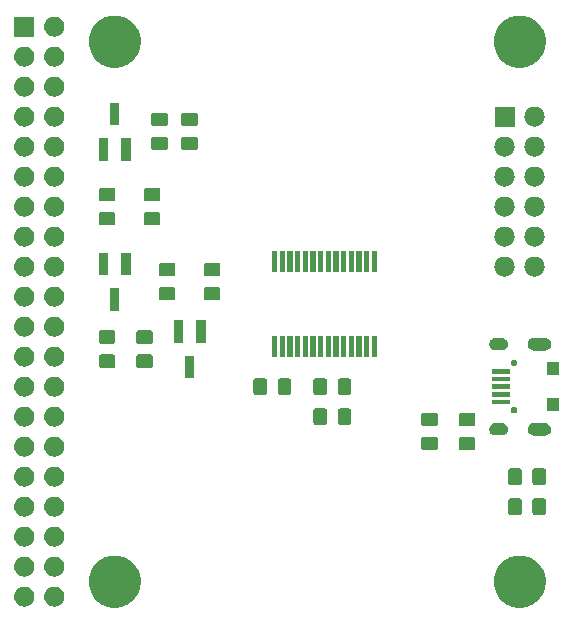
<source format=gbr>
G04 #@! TF.GenerationSoftware,KiCad,Pcbnew,(5.1.4)-1*
G04 #@! TF.CreationDate,2019-10-16T18:51:52+02:00*
G04 #@! TF.ProjectId,HB-RF-USB,48422d52-462d-4555-9342-2e6b69636164,rev?*
G04 #@! TF.SameCoordinates,Original*
G04 #@! TF.FileFunction,Soldermask,Top*
G04 #@! TF.FilePolarity,Negative*
%FSLAX46Y46*%
G04 Gerber Fmt 4.6, Leading zero omitted, Abs format (unit mm)*
G04 Created by KiCad (PCBNEW (5.1.4)-1) date 2019-10-16 18:51:52*
%MOMM*%
%LPD*%
G04 APERTURE LIST*
%ADD10C,0.100000*%
G04 APERTURE END LIST*
D10*
G36*
X75359199Y-97537273D02*
G01*
X75571717Y-97579545D01*
X75707777Y-97635903D01*
X75946619Y-97734834D01*
X75972093Y-97745386D01*
X76332418Y-97986148D01*
X76638852Y-98292582D01*
X76728122Y-98426183D01*
X76879615Y-98652909D01*
X77045455Y-99053284D01*
X77130000Y-99478319D01*
X77130000Y-99911681D01*
X77111405Y-100005166D01*
X77045455Y-100336717D01*
X76879614Y-100737093D01*
X76638852Y-101097418D01*
X76332418Y-101403852D01*
X75972093Y-101644614D01*
X75972092Y-101644615D01*
X75972091Y-101644615D01*
X75898329Y-101675168D01*
X75571717Y-101810455D01*
X75359198Y-101852728D01*
X75146681Y-101895000D01*
X74713319Y-101895000D01*
X74500802Y-101852728D01*
X74288283Y-101810455D01*
X73961671Y-101675168D01*
X73887909Y-101644615D01*
X73887908Y-101644615D01*
X73887907Y-101644614D01*
X73527582Y-101403852D01*
X73221148Y-101097418D01*
X72980386Y-100737093D01*
X72814545Y-100336717D01*
X72748595Y-100005166D01*
X72730000Y-99911681D01*
X72730000Y-99478319D01*
X72814545Y-99053284D01*
X72980385Y-98652909D01*
X73131879Y-98426183D01*
X73221148Y-98292582D01*
X73527582Y-97986148D01*
X73887907Y-97745386D01*
X73913382Y-97734834D01*
X74152223Y-97635903D01*
X74288283Y-97579545D01*
X74500801Y-97537273D01*
X74713319Y-97495000D01*
X75146681Y-97495000D01*
X75359199Y-97537273D01*
X75359199Y-97537273D01*
G37*
G36*
X41069199Y-97537273D02*
G01*
X41281717Y-97579545D01*
X41417777Y-97635903D01*
X41656619Y-97734834D01*
X41682093Y-97745386D01*
X42042418Y-97986148D01*
X42348852Y-98292582D01*
X42438122Y-98426183D01*
X42589615Y-98652909D01*
X42755455Y-99053284D01*
X42840000Y-99478319D01*
X42840000Y-99911681D01*
X42821405Y-100005166D01*
X42755455Y-100336717D01*
X42589614Y-100737093D01*
X42348852Y-101097418D01*
X42042418Y-101403852D01*
X41682093Y-101644614D01*
X41682092Y-101644615D01*
X41682091Y-101644615D01*
X41608329Y-101675168D01*
X41281717Y-101810455D01*
X41069198Y-101852728D01*
X40856681Y-101895000D01*
X40423319Y-101895000D01*
X40210802Y-101852728D01*
X39998283Y-101810455D01*
X39671671Y-101675168D01*
X39597909Y-101644615D01*
X39597908Y-101644615D01*
X39597907Y-101644614D01*
X39237582Y-101403852D01*
X38931148Y-101097418D01*
X38690386Y-100737093D01*
X38524545Y-100336717D01*
X38458595Y-100005166D01*
X38440000Y-99911681D01*
X38440000Y-99478319D01*
X38524545Y-99053284D01*
X38690385Y-98652909D01*
X38841879Y-98426183D01*
X38931148Y-98292582D01*
X39237582Y-97986148D01*
X39597907Y-97745386D01*
X39623382Y-97734834D01*
X39862223Y-97635903D01*
X39998283Y-97579545D01*
X40210801Y-97537273D01*
X40423319Y-97495000D01*
X40856681Y-97495000D01*
X41069199Y-97537273D01*
X41069199Y-97537273D01*
G37*
G36*
X33166629Y-100127300D02*
G01*
X33326855Y-100175903D01*
X33474519Y-100254832D01*
X33603948Y-100361052D01*
X33710168Y-100490481D01*
X33789097Y-100638145D01*
X33837700Y-100798371D01*
X33854112Y-100965000D01*
X33837700Y-101131629D01*
X33789097Y-101291855D01*
X33710168Y-101439519D01*
X33603948Y-101568948D01*
X33474519Y-101675168D01*
X33326855Y-101754097D01*
X33166629Y-101802700D01*
X33041749Y-101815000D01*
X32958251Y-101815000D01*
X32833371Y-101802700D01*
X32673145Y-101754097D01*
X32525481Y-101675168D01*
X32396052Y-101568948D01*
X32289832Y-101439519D01*
X32210903Y-101291855D01*
X32162300Y-101131629D01*
X32145888Y-100965000D01*
X32162300Y-100798371D01*
X32210903Y-100638145D01*
X32289832Y-100490481D01*
X32396052Y-100361052D01*
X32525481Y-100254832D01*
X32673145Y-100175903D01*
X32833371Y-100127300D01*
X32958251Y-100115000D01*
X33041749Y-100115000D01*
X33166629Y-100127300D01*
X33166629Y-100127300D01*
G37*
G36*
X35706629Y-100127300D02*
G01*
X35866855Y-100175903D01*
X36014519Y-100254832D01*
X36143948Y-100361052D01*
X36250168Y-100490481D01*
X36329097Y-100638145D01*
X36377700Y-100798371D01*
X36394112Y-100965000D01*
X36377700Y-101131629D01*
X36329097Y-101291855D01*
X36250168Y-101439519D01*
X36143948Y-101568948D01*
X36014519Y-101675168D01*
X35866855Y-101754097D01*
X35706629Y-101802700D01*
X35581749Y-101815000D01*
X35498251Y-101815000D01*
X35373371Y-101802700D01*
X35213145Y-101754097D01*
X35065481Y-101675168D01*
X34936052Y-101568948D01*
X34829832Y-101439519D01*
X34750903Y-101291855D01*
X34702300Y-101131629D01*
X34685888Y-100965000D01*
X34702300Y-100798371D01*
X34750903Y-100638145D01*
X34829832Y-100490481D01*
X34936052Y-100361052D01*
X35065481Y-100254832D01*
X35213145Y-100175903D01*
X35373371Y-100127300D01*
X35498251Y-100115000D01*
X35581749Y-100115000D01*
X35706629Y-100127300D01*
X35706629Y-100127300D01*
G37*
G36*
X35706629Y-97587300D02*
G01*
X35866855Y-97635903D01*
X36014519Y-97714832D01*
X36143948Y-97821052D01*
X36250168Y-97950481D01*
X36329097Y-98098145D01*
X36377700Y-98258371D01*
X36394112Y-98425000D01*
X36377700Y-98591629D01*
X36329097Y-98751855D01*
X36250168Y-98899519D01*
X36143948Y-99028948D01*
X36014519Y-99135168D01*
X35866855Y-99214097D01*
X35706629Y-99262700D01*
X35581749Y-99275000D01*
X35498251Y-99275000D01*
X35373371Y-99262700D01*
X35213145Y-99214097D01*
X35065481Y-99135168D01*
X34936052Y-99028948D01*
X34829832Y-98899519D01*
X34750903Y-98751855D01*
X34702300Y-98591629D01*
X34685888Y-98425000D01*
X34702300Y-98258371D01*
X34750903Y-98098145D01*
X34829832Y-97950481D01*
X34936052Y-97821052D01*
X35065481Y-97714832D01*
X35213145Y-97635903D01*
X35373371Y-97587300D01*
X35498251Y-97575000D01*
X35581749Y-97575000D01*
X35706629Y-97587300D01*
X35706629Y-97587300D01*
G37*
G36*
X33166629Y-97587300D02*
G01*
X33326855Y-97635903D01*
X33474519Y-97714832D01*
X33603948Y-97821052D01*
X33710168Y-97950481D01*
X33789097Y-98098145D01*
X33837700Y-98258371D01*
X33854112Y-98425000D01*
X33837700Y-98591629D01*
X33789097Y-98751855D01*
X33710168Y-98899519D01*
X33603948Y-99028948D01*
X33474519Y-99135168D01*
X33326855Y-99214097D01*
X33166629Y-99262700D01*
X33041749Y-99275000D01*
X32958251Y-99275000D01*
X32833371Y-99262700D01*
X32673145Y-99214097D01*
X32525481Y-99135168D01*
X32396052Y-99028948D01*
X32289832Y-98899519D01*
X32210903Y-98751855D01*
X32162300Y-98591629D01*
X32145888Y-98425000D01*
X32162300Y-98258371D01*
X32210903Y-98098145D01*
X32289832Y-97950481D01*
X32396052Y-97821052D01*
X32525481Y-97714832D01*
X32673145Y-97635903D01*
X32833371Y-97587300D01*
X32958251Y-97575000D01*
X33041749Y-97575000D01*
X33166629Y-97587300D01*
X33166629Y-97587300D01*
G37*
G36*
X35706629Y-95047300D02*
G01*
X35866855Y-95095903D01*
X36014519Y-95174832D01*
X36143948Y-95281052D01*
X36250168Y-95410481D01*
X36329097Y-95558145D01*
X36377700Y-95718371D01*
X36394112Y-95885000D01*
X36377700Y-96051629D01*
X36329097Y-96211855D01*
X36250168Y-96359519D01*
X36143948Y-96488948D01*
X36014519Y-96595168D01*
X35866855Y-96674097D01*
X35706629Y-96722700D01*
X35581749Y-96735000D01*
X35498251Y-96735000D01*
X35373371Y-96722700D01*
X35213145Y-96674097D01*
X35065481Y-96595168D01*
X34936052Y-96488948D01*
X34829832Y-96359519D01*
X34750903Y-96211855D01*
X34702300Y-96051629D01*
X34685888Y-95885000D01*
X34702300Y-95718371D01*
X34750903Y-95558145D01*
X34829832Y-95410481D01*
X34936052Y-95281052D01*
X35065481Y-95174832D01*
X35213145Y-95095903D01*
X35373371Y-95047300D01*
X35498251Y-95035000D01*
X35581749Y-95035000D01*
X35706629Y-95047300D01*
X35706629Y-95047300D01*
G37*
G36*
X33166629Y-95047300D02*
G01*
X33326855Y-95095903D01*
X33474519Y-95174832D01*
X33603948Y-95281052D01*
X33710168Y-95410481D01*
X33789097Y-95558145D01*
X33837700Y-95718371D01*
X33854112Y-95885000D01*
X33837700Y-96051629D01*
X33789097Y-96211855D01*
X33710168Y-96359519D01*
X33603948Y-96488948D01*
X33474519Y-96595168D01*
X33326855Y-96674097D01*
X33166629Y-96722700D01*
X33041749Y-96735000D01*
X32958251Y-96735000D01*
X32833371Y-96722700D01*
X32673145Y-96674097D01*
X32525481Y-96595168D01*
X32396052Y-96488948D01*
X32289832Y-96359519D01*
X32210903Y-96211855D01*
X32162300Y-96051629D01*
X32145888Y-95885000D01*
X32162300Y-95718371D01*
X32210903Y-95558145D01*
X32289832Y-95410481D01*
X32396052Y-95281052D01*
X32525481Y-95174832D01*
X32673145Y-95095903D01*
X32833371Y-95047300D01*
X32958251Y-95035000D01*
X33041749Y-95035000D01*
X33166629Y-95047300D01*
X33166629Y-95047300D01*
G37*
G36*
X33166629Y-92507300D02*
G01*
X33326855Y-92555903D01*
X33474519Y-92634832D01*
X33603948Y-92741052D01*
X33710168Y-92870481D01*
X33789097Y-93018145D01*
X33837700Y-93178371D01*
X33854112Y-93345000D01*
X33837700Y-93511629D01*
X33789097Y-93671855D01*
X33710168Y-93819519D01*
X33603948Y-93948948D01*
X33474519Y-94055168D01*
X33326855Y-94134097D01*
X33166629Y-94182700D01*
X33041749Y-94195000D01*
X32958251Y-94195000D01*
X32833371Y-94182700D01*
X32673145Y-94134097D01*
X32525481Y-94055168D01*
X32396052Y-93948948D01*
X32289832Y-93819519D01*
X32210903Y-93671855D01*
X32162300Y-93511629D01*
X32145888Y-93345000D01*
X32162300Y-93178371D01*
X32210903Y-93018145D01*
X32289832Y-92870481D01*
X32396052Y-92741052D01*
X32525481Y-92634832D01*
X32673145Y-92555903D01*
X32833371Y-92507300D01*
X32958251Y-92495000D01*
X33041749Y-92495000D01*
X33166629Y-92507300D01*
X33166629Y-92507300D01*
G37*
G36*
X35706629Y-92507300D02*
G01*
X35866855Y-92555903D01*
X36014519Y-92634832D01*
X36143948Y-92741052D01*
X36250168Y-92870481D01*
X36329097Y-93018145D01*
X36377700Y-93178371D01*
X36394112Y-93345000D01*
X36377700Y-93511629D01*
X36329097Y-93671855D01*
X36250168Y-93819519D01*
X36143948Y-93948948D01*
X36014519Y-94055168D01*
X35866855Y-94134097D01*
X35706629Y-94182700D01*
X35581749Y-94195000D01*
X35498251Y-94195000D01*
X35373371Y-94182700D01*
X35213145Y-94134097D01*
X35065481Y-94055168D01*
X34936052Y-93948948D01*
X34829832Y-93819519D01*
X34750903Y-93671855D01*
X34702300Y-93511629D01*
X34685888Y-93345000D01*
X34702300Y-93178371D01*
X34750903Y-93018145D01*
X34829832Y-92870481D01*
X34936052Y-92741052D01*
X35065481Y-92634832D01*
X35213145Y-92555903D01*
X35373371Y-92507300D01*
X35498251Y-92495000D01*
X35581749Y-92495000D01*
X35706629Y-92507300D01*
X35706629Y-92507300D01*
G37*
G36*
X74947822Y-92649345D02*
G01*
X74986702Y-92661139D01*
X75022531Y-92680290D01*
X75053936Y-92706064D01*
X75079710Y-92737469D01*
X75098861Y-92773298D01*
X75110655Y-92812178D01*
X75115000Y-92856294D01*
X75115000Y-93833706D01*
X75110655Y-93877822D01*
X75098861Y-93916702D01*
X75079710Y-93952531D01*
X75053936Y-93983936D01*
X75022531Y-94009710D01*
X74986702Y-94028861D01*
X74947822Y-94040655D01*
X74903706Y-94045000D01*
X74176294Y-94045000D01*
X74132178Y-94040655D01*
X74093298Y-94028861D01*
X74057469Y-94009710D01*
X74026064Y-93983936D01*
X74000290Y-93952531D01*
X73981139Y-93916702D01*
X73969345Y-93877822D01*
X73965000Y-93833706D01*
X73965000Y-92856294D01*
X73969345Y-92812178D01*
X73981139Y-92773298D01*
X74000290Y-92737469D01*
X74026064Y-92706064D01*
X74057469Y-92680290D01*
X74093298Y-92661139D01*
X74132178Y-92649345D01*
X74176294Y-92645000D01*
X74903706Y-92645000D01*
X74947822Y-92649345D01*
X74947822Y-92649345D01*
G37*
G36*
X76997822Y-92649345D02*
G01*
X77036702Y-92661139D01*
X77072531Y-92680290D01*
X77103936Y-92706064D01*
X77129710Y-92737469D01*
X77148861Y-92773298D01*
X77160655Y-92812178D01*
X77165000Y-92856294D01*
X77165000Y-93833706D01*
X77160655Y-93877822D01*
X77148861Y-93916702D01*
X77129710Y-93952531D01*
X77103936Y-93983936D01*
X77072531Y-94009710D01*
X77036702Y-94028861D01*
X76997822Y-94040655D01*
X76953706Y-94045000D01*
X76226294Y-94045000D01*
X76182178Y-94040655D01*
X76143298Y-94028861D01*
X76107469Y-94009710D01*
X76076064Y-93983936D01*
X76050290Y-93952531D01*
X76031139Y-93916702D01*
X76019345Y-93877822D01*
X76015000Y-93833706D01*
X76015000Y-92856294D01*
X76019345Y-92812178D01*
X76031139Y-92773298D01*
X76050290Y-92737469D01*
X76076064Y-92706064D01*
X76107469Y-92680290D01*
X76143298Y-92661139D01*
X76182178Y-92649345D01*
X76226294Y-92645000D01*
X76953706Y-92645000D01*
X76997822Y-92649345D01*
X76997822Y-92649345D01*
G37*
G36*
X33166629Y-89967300D02*
G01*
X33326855Y-90015903D01*
X33474519Y-90094832D01*
X33603948Y-90201052D01*
X33710168Y-90330481D01*
X33789097Y-90478145D01*
X33837700Y-90638371D01*
X33854112Y-90805000D01*
X33837700Y-90971629D01*
X33789097Y-91131855D01*
X33710168Y-91279519D01*
X33603948Y-91408948D01*
X33474519Y-91515168D01*
X33326855Y-91594097D01*
X33166629Y-91642700D01*
X33041749Y-91655000D01*
X32958251Y-91655000D01*
X32833371Y-91642700D01*
X32673145Y-91594097D01*
X32525481Y-91515168D01*
X32396052Y-91408948D01*
X32289832Y-91279519D01*
X32210903Y-91131855D01*
X32162300Y-90971629D01*
X32145888Y-90805000D01*
X32162300Y-90638371D01*
X32210903Y-90478145D01*
X32289832Y-90330481D01*
X32396052Y-90201052D01*
X32525481Y-90094832D01*
X32673145Y-90015903D01*
X32833371Y-89967300D01*
X32958251Y-89955000D01*
X33041749Y-89955000D01*
X33166629Y-89967300D01*
X33166629Y-89967300D01*
G37*
G36*
X35706629Y-89967300D02*
G01*
X35866855Y-90015903D01*
X36014519Y-90094832D01*
X36143948Y-90201052D01*
X36250168Y-90330481D01*
X36329097Y-90478145D01*
X36377700Y-90638371D01*
X36394112Y-90805000D01*
X36377700Y-90971629D01*
X36329097Y-91131855D01*
X36250168Y-91279519D01*
X36143948Y-91408948D01*
X36014519Y-91515168D01*
X35866855Y-91594097D01*
X35706629Y-91642700D01*
X35581749Y-91655000D01*
X35498251Y-91655000D01*
X35373371Y-91642700D01*
X35213145Y-91594097D01*
X35065481Y-91515168D01*
X34936052Y-91408948D01*
X34829832Y-91279519D01*
X34750903Y-91131855D01*
X34702300Y-90971629D01*
X34685888Y-90805000D01*
X34702300Y-90638371D01*
X34750903Y-90478145D01*
X34829832Y-90330481D01*
X34936052Y-90201052D01*
X35065481Y-90094832D01*
X35213145Y-90015903D01*
X35373371Y-89967300D01*
X35498251Y-89955000D01*
X35581749Y-89955000D01*
X35706629Y-89967300D01*
X35706629Y-89967300D01*
G37*
G36*
X76997822Y-90109345D02*
G01*
X77036702Y-90121139D01*
X77072531Y-90140290D01*
X77103936Y-90166064D01*
X77129710Y-90197469D01*
X77148861Y-90233298D01*
X77160655Y-90272178D01*
X77165000Y-90316294D01*
X77165000Y-91293706D01*
X77160655Y-91337822D01*
X77148861Y-91376702D01*
X77129710Y-91412531D01*
X77103936Y-91443936D01*
X77072531Y-91469710D01*
X77036702Y-91488861D01*
X76997822Y-91500655D01*
X76953706Y-91505000D01*
X76226294Y-91505000D01*
X76182178Y-91500655D01*
X76143298Y-91488861D01*
X76107469Y-91469710D01*
X76076064Y-91443936D01*
X76050290Y-91412531D01*
X76031139Y-91376702D01*
X76019345Y-91337822D01*
X76015000Y-91293706D01*
X76015000Y-90316294D01*
X76019345Y-90272178D01*
X76031139Y-90233298D01*
X76050290Y-90197469D01*
X76076064Y-90166064D01*
X76107469Y-90140290D01*
X76143298Y-90121139D01*
X76182178Y-90109345D01*
X76226294Y-90105000D01*
X76953706Y-90105000D01*
X76997822Y-90109345D01*
X76997822Y-90109345D01*
G37*
G36*
X74947822Y-90109345D02*
G01*
X74986702Y-90121139D01*
X75022531Y-90140290D01*
X75053936Y-90166064D01*
X75079710Y-90197469D01*
X75098861Y-90233298D01*
X75110655Y-90272178D01*
X75115000Y-90316294D01*
X75115000Y-91293706D01*
X75110655Y-91337822D01*
X75098861Y-91376702D01*
X75079710Y-91412531D01*
X75053936Y-91443936D01*
X75022531Y-91469710D01*
X74986702Y-91488861D01*
X74947822Y-91500655D01*
X74903706Y-91505000D01*
X74176294Y-91505000D01*
X74132178Y-91500655D01*
X74093298Y-91488861D01*
X74057469Y-91469710D01*
X74026064Y-91443936D01*
X74000290Y-91412531D01*
X73981139Y-91376702D01*
X73969345Y-91337822D01*
X73965000Y-91293706D01*
X73965000Y-90316294D01*
X73969345Y-90272178D01*
X73981139Y-90233298D01*
X74000290Y-90197469D01*
X74026064Y-90166064D01*
X74057469Y-90140290D01*
X74093298Y-90121139D01*
X74132178Y-90109345D01*
X74176294Y-90105000D01*
X74903706Y-90105000D01*
X74947822Y-90109345D01*
X74947822Y-90109345D01*
G37*
G36*
X33166629Y-87427300D02*
G01*
X33326855Y-87475903D01*
X33474519Y-87554832D01*
X33603948Y-87661052D01*
X33710168Y-87790481D01*
X33789097Y-87938145D01*
X33837700Y-88098371D01*
X33854112Y-88265000D01*
X33837700Y-88431629D01*
X33789097Y-88591855D01*
X33710168Y-88739519D01*
X33603948Y-88868948D01*
X33474519Y-88975168D01*
X33326855Y-89054097D01*
X33166629Y-89102700D01*
X33041749Y-89115000D01*
X32958251Y-89115000D01*
X32833371Y-89102700D01*
X32673145Y-89054097D01*
X32525481Y-88975168D01*
X32396052Y-88868948D01*
X32289832Y-88739519D01*
X32210903Y-88591855D01*
X32162300Y-88431629D01*
X32145888Y-88265000D01*
X32162300Y-88098371D01*
X32210903Y-87938145D01*
X32289832Y-87790481D01*
X32396052Y-87661052D01*
X32525481Y-87554832D01*
X32673145Y-87475903D01*
X32833371Y-87427300D01*
X32958251Y-87415000D01*
X33041749Y-87415000D01*
X33166629Y-87427300D01*
X33166629Y-87427300D01*
G37*
G36*
X35706629Y-87427300D02*
G01*
X35866855Y-87475903D01*
X36014519Y-87554832D01*
X36143948Y-87661052D01*
X36250168Y-87790481D01*
X36329097Y-87938145D01*
X36377700Y-88098371D01*
X36394112Y-88265000D01*
X36377700Y-88431629D01*
X36329097Y-88591855D01*
X36250168Y-88739519D01*
X36143948Y-88868948D01*
X36014519Y-88975168D01*
X35866855Y-89054097D01*
X35706629Y-89102700D01*
X35581749Y-89115000D01*
X35498251Y-89115000D01*
X35373371Y-89102700D01*
X35213145Y-89054097D01*
X35065481Y-88975168D01*
X34936052Y-88868948D01*
X34829832Y-88739519D01*
X34750903Y-88591855D01*
X34702300Y-88431629D01*
X34685888Y-88265000D01*
X34702300Y-88098371D01*
X34750903Y-87938145D01*
X34829832Y-87790481D01*
X34936052Y-87661052D01*
X35065481Y-87554832D01*
X35213145Y-87475903D01*
X35373371Y-87427300D01*
X35498251Y-87415000D01*
X35581749Y-87415000D01*
X35706629Y-87427300D01*
X35706629Y-87427300D01*
G37*
G36*
X67842822Y-87449345D02*
G01*
X67881702Y-87461139D01*
X67917531Y-87480290D01*
X67948936Y-87506064D01*
X67974710Y-87537469D01*
X67993861Y-87573298D01*
X68005655Y-87612178D01*
X68010000Y-87656294D01*
X68010000Y-88383706D01*
X68005655Y-88427822D01*
X67993861Y-88466702D01*
X67974710Y-88502531D01*
X67948936Y-88533936D01*
X67917531Y-88559710D01*
X67881702Y-88578861D01*
X67842822Y-88590655D01*
X67798706Y-88595000D01*
X66821294Y-88595000D01*
X66777178Y-88590655D01*
X66738298Y-88578861D01*
X66702469Y-88559710D01*
X66671064Y-88533936D01*
X66645290Y-88502531D01*
X66626139Y-88466702D01*
X66614345Y-88427822D01*
X66610000Y-88383706D01*
X66610000Y-87656294D01*
X66614345Y-87612178D01*
X66626139Y-87573298D01*
X66645290Y-87537469D01*
X66671064Y-87506064D01*
X66702469Y-87480290D01*
X66738298Y-87461139D01*
X66777178Y-87449345D01*
X66821294Y-87445000D01*
X67798706Y-87445000D01*
X67842822Y-87449345D01*
X67842822Y-87449345D01*
G37*
G36*
X71017822Y-87449345D02*
G01*
X71056702Y-87461139D01*
X71092531Y-87480290D01*
X71123936Y-87506064D01*
X71149710Y-87537469D01*
X71168861Y-87573298D01*
X71180655Y-87612178D01*
X71185000Y-87656294D01*
X71185000Y-88383706D01*
X71180655Y-88427822D01*
X71168861Y-88466702D01*
X71149710Y-88502531D01*
X71123936Y-88533936D01*
X71092531Y-88559710D01*
X71056702Y-88578861D01*
X71017822Y-88590655D01*
X70973706Y-88595000D01*
X69996294Y-88595000D01*
X69952178Y-88590655D01*
X69913298Y-88578861D01*
X69877469Y-88559710D01*
X69846064Y-88533936D01*
X69820290Y-88502531D01*
X69801139Y-88466702D01*
X69789345Y-88427822D01*
X69785000Y-88383706D01*
X69785000Y-87656294D01*
X69789345Y-87612178D01*
X69801139Y-87573298D01*
X69820290Y-87537469D01*
X69846064Y-87506064D01*
X69877469Y-87480290D01*
X69913298Y-87461139D01*
X69952178Y-87449345D01*
X69996294Y-87445000D01*
X70973706Y-87445000D01*
X71017822Y-87449345D01*
X71017822Y-87449345D01*
G37*
G36*
X77169839Y-86247886D02*
G01*
X77272572Y-86279049D01*
X77367251Y-86329656D01*
X77450238Y-86397762D01*
X77518344Y-86480749D01*
X77568951Y-86575428D01*
X77600114Y-86678161D01*
X77610637Y-86785000D01*
X77600114Y-86891839D01*
X77568951Y-86994572D01*
X77518344Y-87089251D01*
X77450238Y-87172238D01*
X77367251Y-87240344D01*
X77272572Y-87290951D01*
X77169839Y-87322114D01*
X77089773Y-87330000D01*
X76126227Y-87330000D01*
X76046161Y-87322114D01*
X75943428Y-87290951D01*
X75848749Y-87240344D01*
X75765762Y-87172238D01*
X75697656Y-87089251D01*
X75647049Y-86994572D01*
X75615886Y-86891839D01*
X75605363Y-86785000D01*
X75615886Y-86678161D01*
X75647049Y-86575428D01*
X75697656Y-86480749D01*
X75765762Y-86397762D01*
X75848749Y-86329656D01*
X75943428Y-86279049D01*
X76046161Y-86247886D01*
X76126227Y-86240000D01*
X77089773Y-86240000D01*
X77169839Y-86247886D01*
X77169839Y-86247886D01*
G37*
G36*
X73535918Y-86267597D02*
G01*
X73573670Y-86279049D01*
X73634885Y-86297618D01*
X73726083Y-86346365D01*
X73726084Y-86346366D01*
X73726086Y-86346367D01*
X73806027Y-86411973D01*
X73865086Y-86483936D01*
X73871635Y-86491917D01*
X73920382Y-86583115D01*
X73920383Y-86583119D01*
X73950403Y-86682082D01*
X73960540Y-86785000D01*
X73950403Y-86887918D01*
X73928193Y-86961133D01*
X73920382Y-86986885D01*
X73871635Y-87078083D01*
X73871633Y-87078086D01*
X73806027Y-87158027D01*
X73726086Y-87223633D01*
X73726084Y-87223634D01*
X73726083Y-87223635D01*
X73634885Y-87272382D01*
X73594016Y-87284779D01*
X73535918Y-87302403D01*
X73458788Y-87310000D01*
X72857212Y-87310000D01*
X72780082Y-87302403D01*
X72721984Y-87284779D01*
X72681115Y-87272382D01*
X72589917Y-87223635D01*
X72589916Y-87223634D01*
X72589914Y-87223633D01*
X72509973Y-87158027D01*
X72444367Y-87078086D01*
X72444365Y-87078083D01*
X72395618Y-86986885D01*
X72387807Y-86961133D01*
X72365597Y-86887918D01*
X72355460Y-86785000D01*
X72365597Y-86682082D01*
X72395617Y-86583119D01*
X72395618Y-86583115D01*
X72444365Y-86491917D01*
X72450915Y-86483936D01*
X72509973Y-86411973D01*
X72589914Y-86346367D01*
X72589916Y-86346366D01*
X72589917Y-86346365D01*
X72681115Y-86297618D01*
X72742330Y-86279049D01*
X72780082Y-86267597D01*
X72857212Y-86260000D01*
X73458788Y-86260000D01*
X73535918Y-86267597D01*
X73535918Y-86267597D01*
G37*
G36*
X33166629Y-84887300D02*
G01*
X33326855Y-84935903D01*
X33474519Y-85014832D01*
X33603948Y-85121052D01*
X33710168Y-85250481D01*
X33789097Y-85398145D01*
X33837700Y-85558371D01*
X33854112Y-85725000D01*
X33837700Y-85891629D01*
X33789097Y-86051855D01*
X33710168Y-86199519D01*
X33603948Y-86328948D01*
X33474519Y-86435168D01*
X33326855Y-86514097D01*
X33166629Y-86562700D01*
X33041749Y-86575000D01*
X32958251Y-86575000D01*
X32833371Y-86562700D01*
X32673145Y-86514097D01*
X32525481Y-86435168D01*
X32396052Y-86328948D01*
X32289832Y-86199519D01*
X32210903Y-86051855D01*
X32162300Y-85891629D01*
X32145888Y-85725000D01*
X32162300Y-85558371D01*
X32210903Y-85398145D01*
X32289832Y-85250481D01*
X32396052Y-85121052D01*
X32525481Y-85014832D01*
X32673145Y-84935903D01*
X32833371Y-84887300D01*
X32958251Y-84875000D01*
X33041749Y-84875000D01*
X33166629Y-84887300D01*
X33166629Y-84887300D01*
G37*
G36*
X35706629Y-84887300D02*
G01*
X35866855Y-84935903D01*
X36014519Y-85014832D01*
X36143948Y-85121052D01*
X36250168Y-85250481D01*
X36329097Y-85398145D01*
X36377700Y-85558371D01*
X36394112Y-85725000D01*
X36377700Y-85891629D01*
X36329097Y-86051855D01*
X36250168Y-86199519D01*
X36143948Y-86328948D01*
X36014519Y-86435168D01*
X35866855Y-86514097D01*
X35706629Y-86562700D01*
X35581749Y-86575000D01*
X35498251Y-86575000D01*
X35373371Y-86562700D01*
X35213145Y-86514097D01*
X35065481Y-86435168D01*
X34936052Y-86328948D01*
X34829832Y-86199519D01*
X34750903Y-86051855D01*
X34702300Y-85891629D01*
X34685888Y-85725000D01*
X34702300Y-85558371D01*
X34750903Y-85398145D01*
X34829832Y-85250481D01*
X34936052Y-85121052D01*
X35065481Y-85014832D01*
X35213145Y-84935903D01*
X35373371Y-84887300D01*
X35498251Y-84875000D01*
X35581749Y-84875000D01*
X35706629Y-84887300D01*
X35706629Y-84887300D01*
G37*
G36*
X71017822Y-85399345D02*
G01*
X71056702Y-85411139D01*
X71092531Y-85430290D01*
X71123936Y-85456064D01*
X71149710Y-85487469D01*
X71168861Y-85523298D01*
X71180655Y-85562178D01*
X71185000Y-85606294D01*
X71185000Y-86333706D01*
X71180655Y-86377822D01*
X71168861Y-86416702D01*
X71149710Y-86452531D01*
X71123936Y-86483936D01*
X71092531Y-86509710D01*
X71056702Y-86528861D01*
X71017822Y-86540655D01*
X70973706Y-86545000D01*
X69996294Y-86545000D01*
X69952178Y-86540655D01*
X69913298Y-86528861D01*
X69877469Y-86509710D01*
X69846064Y-86483936D01*
X69820290Y-86452531D01*
X69801139Y-86416702D01*
X69789345Y-86377822D01*
X69785000Y-86333706D01*
X69785000Y-85606294D01*
X69789345Y-85562178D01*
X69801139Y-85523298D01*
X69820290Y-85487469D01*
X69846064Y-85456064D01*
X69877469Y-85430290D01*
X69913298Y-85411139D01*
X69952178Y-85399345D01*
X69996294Y-85395000D01*
X70973706Y-85395000D01*
X71017822Y-85399345D01*
X71017822Y-85399345D01*
G37*
G36*
X67842822Y-85399345D02*
G01*
X67881702Y-85411139D01*
X67917531Y-85430290D01*
X67948936Y-85456064D01*
X67974710Y-85487469D01*
X67993861Y-85523298D01*
X68005655Y-85562178D01*
X68010000Y-85606294D01*
X68010000Y-86333706D01*
X68005655Y-86377822D01*
X67993861Y-86416702D01*
X67974710Y-86452531D01*
X67948936Y-86483936D01*
X67917531Y-86509710D01*
X67881702Y-86528861D01*
X67842822Y-86540655D01*
X67798706Y-86545000D01*
X66821294Y-86545000D01*
X66777178Y-86540655D01*
X66738298Y-86528861D01*
X66702469Y-86509710D01*
X66671064Y-86483936D01*
X66645290Y-86452531D01*
X66626139Y-86416702D01*
X66614345Y-86377822D01*
X66610000Y-86333706D01*
X66610000Y-85606294D01*
X66614345Y-85562178D01*
X66626139Y-85523298D01*
X66645290Y-85487469D01*
X66671064Y-85456064D01*
X66702469Y-85430290D01*
X66738298Y-85411139D01*
X66777178Y-85399345D01*
X66821294Y-85395000D01*
X67798706Y-85395000D01*
X67842822Y-85399345D01*
X67842822Y-85399345D01*
G37*
G36*
X60507822Y-85029345D02*
G01*
X60546702Y-85041139D01*
X60582531Y-85060290D01*
X60613936Y-85086064D01*
X60639710Y-85117469D01*
X60658861Y-85153298D01*
X60670655Y-85192178D01*
X60675000Y-85236294D01*
X60675000Y-86213706D01*
X60670655Y-86257822D01*
X60658861Y-86296702D01*
X60639710Y-86332531D01*
X60613936Y-86363936D01*
X60582531Y-86389710D01*
X60546702Y-86408861D01*
X60507822Y-86420655D01*
X60463706Y-86425000D01*
X59736294Y-86425000D01*
X59692178Y-86420655D01*
X59653298Y-86408861D01*
X59617469Y-86389710D01*
X59586064Y-86363936D01*
X59560290Y-86332531D01*
X59541139Y-86296702D01*
X59529345Y-86257822D01*
X59525000Y-86213706D01*
X59525000Y-85236294D01*
X59529345Y-85192178D01*
X59541139Y-85153298D01*
X59560290Y-85117469D01*
X59586064Y-85086064D01*
X59617469Y-85060290D01*
X59653298Y-85041139D01*
X59692178Y-85029345D01*
X59736294Y-85025000D01*
X60463706Y-85025000D01*
X60507822Y-85029345D01*
X60507822Y-85029345D01*
G37*
G36*
X58457822Y-85029345D02*
G01*
X58496702Y-85041139D01*
X58532531Y-85060290D01*
X58563936Y-85086064D01*
X58589710Y-85117469D01*
X58608861Y-85153298D01*
X58620655Y-85192178D01*
X58625000Y-85236294D01*
X58625000Y-86213706D01*
X58620655Y-86257822D01*
X58608861Y-86296702D01*
X58589710Y-86332531D01*
X58563936Y-86363936D01*
X58532531Y-86389710D01*
X58496702Y-86408861D01*
X58457822Y-86420655D01*
X58413706Y-86425000D01*
X57686294Y-86425000D01*
X57642178Y-86420655D01*
X57603298Y-86408861D01*
X57567469Y-86389710D01*
X57536064Y-86363936D01*
X57510290Y-86332531D01*
X57491139Y-86296702D01*
X57479345Y-86257822D01*
X57475000Y-86213706D01*
X57475000Y-85236294D01*
X57479345Y-85192178D01*
X57491139Y-85153298D01*
X57510290Y-85117469D01*
X57536064Y-85086064D01*
X57567469Y-85060290D01*
X57603298Y-85041139D01*
X57642178Y-85029345D01*
X57686294Y-85025000D01*
X58413706Y-85025000D01*
X58457822Y-85029345D01*
X58457822Y-85029345D01*
G37*
G36*
X74538215Y-84920568D02*
G01*
X74588262Y-84941298D01*
X74633303Y-84971393D01*
X74671607Y-85009697D01*
X74701702Y-85054738D01*
X74722432Y-85104785D01*
X74733000Y-85157915D01*
X74733000Y-85212085D01*
X74722432Y-85265215D01*
X74701702Y-85315262D01*
X74671607Y-85360303D01*
X74633303Y-85398607D01*
X74588262Y-85428702D01*
X74538215Y-85449432D01*
X74485085Y-85460000D01*
X74430915Y-85460000D01*
X74377785Y-85449432D01*
X74327738Y-85428702D01*
X74282697Y-85398607D01*
X74244393Y-85360303D01*
X74214298Y-85315262D01*
X74193568Y-85265215D01*
X74183000Y-85212085D01*
X74183000Y-85157915D01*
X74193568Y-85104785D01*
X74214298Y-85054738D01*
X74244393Y-85009697D01*
X74282697Y-84971393D01*
X74327738Y-84941298D01*
X74377785Y-84920568D01*
X74430915Y-84910000D01*
X74485085Y-84910000D01*
X74538215Y-84920568D01*
X74538215Y-84920568D01*
G37*
G36*
X78225731Y-84136125D02*
G01*
X78233172Y-84138382D01*
X78240020Y-84142042D01*
X78246028Y-84146972D01*
X78250958Y-84152980D01*
X78254618Y-84159828D01*
X78256875Y-84167269D01*
X78258000Y-84178687D01*
X78258000Y-85191313D01*
X78256875Y-85202731D01*
X78254618Y-85210172D01*
X78250958Y-85217020D01*
X78246028Y-85223028D01*
X78240020Y-85227958D01*
X78233172Y-85231618D01*
X78225731Y-85233875D01*
X78214313Y-85235000D01*
X77301687Y-85235000D01*
X77290269Y-85233875D01*
X77282828Y-85231618D01*
X77275980Y-85227958D01*
X77269972Y-85223028D01*
X77265042Y-85217020D01*
X77261382Y-85210172D01*
X77259125Y-85202731D01*
X77258000Y-85191313D01*
X77258000Y-84178687D01*
X77259125Y-84167269D01*
X77261382Y-84159828D01*
X77265042Y-84152980D01*
X77269972Y-84146972D01*
X77275980Y-84142042D01*
X77282828Y-84138382D01*
X77290269Y-84136125D01*
X77301687Y-84135000D01*
X78214313Y-84135000D01*
X78225731Y-84136125D01*
X78225731Y-84136125D01*
G37*
G36*
X74158000Y-84685000D02*
G01*
X72558000Y-84685000D01*
X72558000Y-84285000D01*
X74158000Y-84285000D01*
X74158000Y-84685000D01*
X74158000Y-84685000D01*
G37*
G36*
X33166629Y-82347300D02*
G01*
X33326855Y-82395903D01*
X33474519Y-82474832D01*
X33603948Y-82581052D01*
X33710168Y-82710481D01*
X33789097Y-82858145D01*
X33837700Y-83018371D01*
X33854112Y-83185000D01*
X33837700Y-83351629D01*
X33789097Y-83511855D01*
X33710168Y-83659519D01*
X33603948Y-83788948D01*
X33474519Y-83895168D01*
X33326855Y-83974097D01*
X33166629Y-84022700D01*
X33041749Y-84035000D01*
X32958251Y-84035000D01*
X32833371Y-84022700D01*
X32673145Y-83974097D01*
X32525481Y-83895168D01*
X32396052Y-83788948D01*
X32289832Y-83659519D01*
X32210903Y-83511855D01*
X32162300Y-83351629D01*
X32145888Y-83185000D01*
X32162300Y-83018371D01*
X32210903Y-82858145D01*
X32289832Y-82710481D01*
X32396052Y-82581052D01*
X32525481Y-82474832D01*
X32673145Y-82395903D01*
X32833371Y-82347300D01*
X32958251Y-82335000D01*
X33041749Y-82335000D01*
X33166629Y-82347300D01*
X33166629Y-82347300D01*
G37*
G36*
X35706629Y-82347300D02*
G01*
X35866855Y-82395903D01*
X36014519Y-82474832D01*
X36143948Y-82581052D01*
X36250168Y-82710481D01*
X36329097Y-82858145D01*
X36377700Y-83018371D01*
X36394112Y-83185000D01*
X36377700Y-83351629D01*
X36329097Y-83511855D01*
X36250168Y-83659519D01*
X36143948Y-83788948D01*
X36014519Y-83895168D01*
X35866855Y-83974097D01*
X35706629Y-84022700D01*
X35581749Y-84035000D01*
X35498251Y-84035000D01*
X35373371Y-84022700D01*
X35213145Y-83974097D01*
X35065481Y-83895168D01*
X34936052Y-83788948D01*
X34829832Y-83659519D01*
X34750903Y-83511855D01*
X34702300Y-83351629D01*
X34685888Y-83185000D01*
X34702300Y-83018371D01*
X34750903Y-82858145D01*
X34829832Y-82710481D01*
X34936052Y-82581052D01*
X35065481Y-82474832D01*
X35213145Y-82395903D01*
X35373371Y-82347300D01*
X35498251Y-82335000D01*
X35581749Y-82335000D01*
X35706629Y-82347300D01*
X35706629Y-82347300D01*
G37*
G36*
X74158000Y-84035000D02*
G01*
X72558000Y-84035000D01*
X72558000Y-83635000D01*
X74158000Y-83635000D01*
X74158000Y-84035000D01*
X74158000Y-84035000D01*
G37*
G36*
X60507822Y-82489345D02*
G01*
X60546702Y-82501139D01*
X60582531Y-82520290D01*
X60613936Y-82546064D01*
X60639710Y-82577469D01*
X60658861Y-82613298D01*
X60670655Y-82652178D01*
X60675000Y-82696294D01*
X60675000Y-83673706D01*
X60670655Y-83717822D01*
X60658861Y-83756702D01*
X60639710Y-83792531D01*
X60613936Y-83823936D01*
X60582531Y-83849710D01*
X60546702Y-83868861D01*
X60507822Y-83880655D01*
X60463706Y-83885000D01*
X59736294Y-83885000D01*
X59692178Y-83880655D01*
X59653298Y-83868861D01*
X59617469Y-83849710D01*
X59586064Y-83823936D01*
X59560290Y-83792531D01*
X59541139Y-83756702D01*
X59529345Y-83717822D01*
X59525000Y-83673706D01*
X59525000Y-82696294D01*
X59529345Y-82652178D01*
X59541139Y-82613298D01*
X59560290Y-82577469D01*
X59586064Y-82546064D01*
X59617469Y-82520290D01*
X59653298Y-82501139D01*
X59692178Y-82489345D01*
X59736294Y-82485000D01*
X60463706Y-82485000D01*
X60507822Y-82489345D01*
X60507822Y-82489345D01*
G37*
G36*
X53377822Y-82489345D02*
G01*
X53416702Y-82501139D01*
X53452531Y-82520290D01*
X53483936Y-82546064D01*
X53509710Y-82577469D01*
X53528861Y-82613298D01*
X53540655Y-82652178D01*
X53545000Y-82696294D01*
X53545000Y-83673706D01*
X53540655Y-83717822D01*
X53528861Y-83756702D01*
X53509710Y-83792531D01*
X53483936Y-83823936D01*
X53452531Y-83849710D01*
X53416702Y-83868861D01*
X53377822Y-83880655D01*
X53333706Y-83885000D01*
X52606294Y-83885000D01*
X52562178Y-83880655D01*
X52523298Y-83868861D01*
X52487469Y-83849710D01*
X52456064Y-83823936D01*
X52430290Y-83792531D01*
X52411139Y-83756702D01*
X52399345Y-83717822D01*
X52395000Y-83673706D01*
X52395000Y-82696294D01*
X52399345Y-82652178D01*
X52411139Y-82613298D01*
X52430290Y-82577469D01*
X52456064Y-82546064D01*
X52487469Y-82520290D01*
X52523298Y-82501139D01*
X52562178Y-82489345D01*
X52606294Y-82485000D01*
X53333706Y-82485000D01*
X53377822Y-82489345D01*
X53377822Y-82489345D01*
G37*
G36*
X55427822Y-82489345D02*
G01*
X55466702Y-82501139D01*
X55502531Y-82520290D01*
X55533936Y-82546064D01*
X55559710Y-82577469D01*
X55578861Y-82613298D01*
X55590655Y-82652178D01*
X55595000Y-82696294D01*
X55595000Y-83673706D01*
X55590655Y-83717822D01*
X55578861Y-83756702D01*
X55559710Y-83792531D01*
X55533936Y-83823936D01*
X55502531Y-83849710D01*
X55466702Y-83868861D01*
X55427822Y-83880655D01*
X55383706Y-83885000D01*
X54656294Y-83885000D01*
X54612178Y-83880655D01*
X54573298Y-83868861D01*
X54537469Y-83849710D01*
X54506064Y-83823936D01*
X54480290Y-83792531D01*
X54461139Y-83756702D01*
X54449345Y-83717822D01*
X54445000Y-83673706D01*
X54445000Y-82696294D01*
X54449345Y-82652178D01*
X54461139Y-82613298D01*
X54480290Y-82577469D01*
X54506064Y-82546064D01*
X54537469Y-82520290D01*
X54573298Y-82501139D01*
X54612178Y-82489345D01*
X54656294Y-82485000D01*
X55383706Y-82485000D01*
X55427822Y-82489345D01*
X55427822Y-82489345D01*
G37*
G36*
X58457822Y-82489345D02*
G01*
X58496702Y-82501139D01*
X58532531Y-82520290D01*
X58563936Y-82546064D01*
X58589710Y-82577469D01*
X58608861Y-82613298D01*
X58620655Y-82652178D01*
X58625000Y-82696294D01*
X58625000Y-83673706D01*
X58620655Y-83717822D01*
X58608861Y-83756702D01*
X58589710Y-83792531D01*
X58563936Y-83823936D01*
X58532531Y-83849710D01*
X58496702Y-83868861D01*
X58457822Y-83880655D01*
X58413706Y-83885000D01*
X57686294Y-83885000D01*
X57642178Y-83880655D01*
X57603298Y-83868861D01*
X57567469Y-83849710D01*
X57536064Y-83823936D01*
X57510290Y-83792531D01*
X57491139Y-83756702D01*
X57479345Y-83717822D01*
X57475000Y-83673706D01*
X57475000Y-82696294D01*
X57479345Y-82652178D01*
X57491139Y-82613298D01*
X57510290Y-82577469D01*
X57536064Y-82546064D01*
X57567469Y-82520290D01*
X57603298Y-82501139D01*
X57642178Y-82489345D01*
X57686294Y-82485000D01*
X58413706Y-82485000D01*
X58457822Y-82489345D01*
X58457822Y-82489345D01*
G37*
G36*
X74158000Y-83385000D02*
G01*
X72558000Y-83385000D01*
X72558000Y-82985000D01*
X74158000Y-82985000D01*
X74158000Y-83385000D01*
X74158000Y-83385000D01*
G37*
G36*
X74158000Y-82735000D02*
G01*
X72558000Y-82735000D01*
X72558000Y-82335000D01*
X74158000Y-82335000D01*
X74158000Y-82735000D01*
X74158000Y-82735000D01*
G37*
G36*
X47390000Y-82460000D02*
G01*
X46590000Y-82460000D01*
X46590000Y-80560000D01*
X47390000Y-80560000D01*
X47390000Y-82460000D01*
X47390000Y-82460000D01*
G37*
G36*
X78225731Y-81136125D02*
G01*
X78233172Y-81138382D01*
X78240020Y-81142042D01*
X78246028Y-81146972D01*
X78250958Y-81152980D01*
X78254618Y-81159828D01*
X78256875Y-81167269D01*
X78258000Y-81178687D01*
X78258000Y-82191313D01*
X78256875Y-82202731D01*
X78254618Y-82210172D01*
X78250958Y-82217020D01*
X78246028Y-82223028D01*
X78240020Y-82227958D01*
X78233172Y-82231618D01*
X78225731Y-82233875D01*
X78214313Y-82235000D01*
X77301687Y-82235000D01*
X77290269Y-82233875D01*
X77282828Y-82231618D01*
X77275980Y-82227958D01*
X77269972Y-82223028D01*
X77265042Y-82217020D01*
X77261382Y-82210172D01*
X77259125Y-82202731D01*
X77258000Y-82191313D01*
X77258000Y-81178687D01*
X77259125Y-81167269D01*
X77261382Y-81159828D01*
X77265042Y-81152980D01*
X77269972Y-81146972D01*
X77275980Y-81142042D01*
X77282828Y-81138382D01*
X77290269Y-81136125D01*
X77301687Y-81135000D01*
X78214313Y-81135000D01*
X78225731Y-81136125D01*
X78225731Y-81136125D01*
G37*
G36*
X74158000Y-82085000D02*
G01*
X72558000Y-82085000D01*
X72558000Y-81685000D01*
X74158000Y-81685000D01*
X74158000Y-82085000D01*
X74158000Y-82085000D01*
G37*
G36*
X43712822Y-80464345D02*
G01*
X43751702Y-80476139D01*
X43787531Y-80495290D01*
X43818936Y-80521064D01*
X43844710Y-80552469D01*
X43863861Y-80588298D01*
X43875655Y-80627178D01*
X43880000Y-80671294D01*
X43880000Y-81398706D01*
X43875655Y-81442822D01*
X43863861Y-81481702D01*
X43844710Y-81517531D01*
X43818936Y-81548936D01*
X43787531Y-81574710D01*
X43751702Y-81593861D01*
X43712822Y-81605655D01*
X43668706Y-81610000D01*
X42691294Y-81610000D01*
X42647178Y-81605655D01*
X42608298Y-81593861D01*
X42572469Y-81574710D01*
X42541064Y-81548936D01*
X42515290Y-81517531D01*
X42496139Y-81481702D01*
X42484345Y-81442822D01*
X42480000Y-81398706D01*
X42480000Y-80671294D01*
X42484345Y-80627178D01*
X42496139Y-80588298D01*
X42515290Y-80552469D01*
X42541064Y-80521064D01*
X42572469Y-80495290D01*
X42608298Y-80476139D01*
X42647178Y-80464345D01*
X42691294Y-80460000D01*
X43668706Y-80460000D01*
X43712822Y-80464345D01*
X43712822Y-80464345D01*
G37*
G36*
X40537822Y-80464345D02*
G01*
X40576702Y-80476139D01*
X40612531Y-80495290D01*
X40643936Y-80521064D01*
X40669710Y-80552469D01*
X40688861Y-80588298D01*
X40700655Y-80627178D01*
X40705000Y-80671294D01*
X40705000Y-81398706D01*
X40700655Y-81442822D01*
X40688861Y-81481702D01*
X40669710Y-81517531D01*
X40643936Y-81548936D01*
X40612531Y-81574710D01*
X40576702Y-81593861D01*
X40537822Y-81605655D01*
X40493706Y-81610000D01*
X39516294Y-81610000D01*
X39472178Y-81605655D01*
X39433298Y-81593861D01*
X39397469Y-81574710D01*
X39366064Y-81548936D01*
X39340290Y-81517531D01*
X39321139Y-81481702D01*
X39309345Y-81442822D01*
X39305000Y-81398706D01*
X39305000Y-80671294D01*
X39309345Y-80627178D01*
X39321139Y-80588298D01*
X39340290Y-80552469D01*
X39366064Y-80521064D01*
X39397469Y-80495290D01*
X39433298Y-80476139D01*
X39472178Y-80464345D01*
X39516294Y-80460000D01*
X40493706Y-80460000D01*
X40537822Y-80464345D01*
X40537822Y-80464345D01*
G37*
G36*
X33166629Y-79807300D02*
G01*
X33326855Y-79855903D01*
X33474519Y-79934832D01*
X33603948Y-80041052D01*
X33710168Y-80170481D01*
X33789097Y-80318145D01*
X33837700Y-80478371D01*
X33854112Y-80645000D01*
X33837700Y-80811629D01*
X33789097Y-80971855D01*
X33710168Y-81119519D01*
X33603948Y-81248948D01*
X33474519Y-81355168D01*
X33326855Y-81434097D01*
X33166629Y-81482700D01*
X33041749Y-81495000D01*
X32958251Y-81495000D01*
X32833371Y-81482700D01*
X32673145Y-81434097D01*
X32525481Y-81355168D01*
X32396052Y-81248948D01*
X32289832Y-81119519D01*
X32210903Y-80971855D01*
X32162300Y-80811629D01*
X32145888Y-80645000D01*
X32162300Y-80478371D01*
X32210903Y-80318145D01*
X32289832Y-80170481D01*
X32396052Y-80041052D01*
X32525481Y-79934832D01*
X32673145Y-79855903D01*
X32833371Y-79807300D01*
X32958251Y-79795000D01*
X33041749Y-79795000D01*
X33166629Y-79807300D01*
X33166629Y-79807300D01*
G37*
G36*
X35706629Y-79807300D02*
G01*
X35866855Y-79855903D01*
X36014519Y-79934832D01*
X36143948Y-80041052D01*
X36250168Y-80170481D01*
X36329097Y-80318145D01*
X36377700Y-80478371D01*
X36394112Y-80645000D01*
X36377700Y-80811629D01*
X36329097Y-80971855D01*
X36250168Y-81119519D01*
X36143948Y-81248948D01*
X36014519Y-81355168D01*
X35866855Y-81434097D01*
X35706629Y-81482700D01*
X35581749Y-81495000D01*
X35498251Y-81495000D01*
X35373371Y-81482700D01*
X35213145Y-81434097D01*
X35065481Y-81355168D01*
X34936052Y-81248948D01*
X34829832Y-81119519D01*
X34750903Y-80971855D01*
X34702300Y-80811629D01*
X34685888Y-80645000D01*
X34702300Y-80478371D01*
X34750903Y-80318145D01*
X34829832Y-80170481D01*
X34936052Y-80041052D01*
X35065481Y-79934832D01*
X35213145Y-79855903D01*
X35373371Y-79807300D01*
X35498251Y-79795000D01*
X35581749Y-79795000D01*
X35706629Y-79807300D01*
X35706629Y-79807300D01*
G37*
G36*
X74538215Y-80920568D02*
G01*
X74588262Y-80941298D01*
X74633303Y-80971393D01*
X74671607Y-81009697D01*
X74701702Y-81054738D01*
X74722432Y-81104785D01*
X74733000Y-81157915D01*
X74733000Y-81212085D01*
X74722432Y-81265215D01*
X74701702Y-81315262D01*
X74671607Y-81360303D01*
X74633303Y-81398607D01*
X74588262Y-81428702D01*
X74538215Y-81449432D01*
X74485085Y-81460000D01*
X74430915Y-81460000D01*
X74377785Y-81449432D01*
X74327738Y-81428702D01*
X74282697Y-81398607D01*
X74244393Y-81360303D01*
X74214298Y-81315262D01*
X74193568Y-81265215D01*
X74183000Y-81212085D01*
X74183000Y-81157915D01*
X74193568Y-81104785D01*
X74214298Y-81054738D01*
X74244393Y-81009697D01*
X74282697Y-80971393D01*
X74327738Y-80941298D01*
X74377785Y-80920568D01*
X74430915Y-80910000D01*
X74485085Y-80910000D01*
X74538215Y-80920568D01*
X74538215Y-80920568D01*
G37*
G36*
X62870000Y-80675000D02*
G01*
X62420000Y-80675000D01*
X62420000Y-78925000D01*
X62870000Y-78925000D01*
X62870000Y-80675000D01*
X62870000Y-80675000D01*
G37*
G36*
X54420000Y-80675000D02*
G01*
X53970000Y-80675000D01*
X53970000Y-78925000D01*
X54420000Y-78925000D01*
X54420000Y-80675000D01*
X54420000Y-80675000D01*
G37*
G36*
X55070000Y-80675000D02*
G01*
X54620000Y-80675000D01*
X54620000Y-78925000D01*
X55070000Y-78925000D01*
X55070000Y-80675000D01*
X55070000Y-80675000D01*
G37*
G36*
X55720000Y-80675000D02*
G01*
X55270000Y-80675000D01*
X55270000Y-78925000D01*
X55720000Y-78925000D01*
X55720000Y-80675000D01*
X55720000Y-80675000D01*
G37*
G36*
X61570000Y-80675000D02*
G01*
X61120000Y-80675000D01*
X61120000Y-78925000D01*
X61570000Y-78925000D01*
X61570000Y-80675000D01*
X61570000Y-80675000D01*
G37*
G36*
X56370000Y-80675000D02*
G01*
X55920000Y-80675000D01*
X55920000Y-78925000D01*
X56370000Y-78925000D01*
X56370000Y-80675000D01*
X56370000Y-80675000D01*
G37*
G36*
X57020000Y-80675000D02*
G01*
X56570000Y-80675000D01*
X56570000Y-78925000D01*
X57020000Y-78925000D01*
X57020000Y-80675000D01*
X57020000Y-80675000D01*
G37*
G36*
X57670000Y-80675000D02*
G01*
X57220000Y-80675000D01*
X57220000Y-78925000D01*
X57670000Y-78925000D01*
X57670000Y-80675000D01*
X57670000Y-80675000D01*
G37*
G36*
X58320000Y-80675000D02*
G01*
X57870000Y-80675000D01*
X57870000Y-78925000D01*
X58320000Y-78925000D01*
X58320000Y-80675000D01*
X58320000Y-80675000D01*
G37*
G36*
X62220000Y-80675000D02*
G01*
X61770000Y-80675000D01*
X61770000Y-78925000D01*
X62220000Y-78925000D01*
X62220000Y-80675000D01*
X62220000Y-80675000D01*
G37*
G36*
X60920000Y-80675000D02*
G01*
X60470000Y-80675000D01*
X60470000Y-78925000D01*
X60920000Y-78925000D01*
X60920000Y-80675000D01*
X60920000Y-80675000D01*
G37*
G36*
X60270000Y-80675000D02*
G01*
X59820000Y-80675000D01*
X59820000Y-78925000D01*
X60270000Y-78925000D01*
X60270000Y-80675000D01*
X60270000Y-80675000D01*
G37*
G36*
X59620000Y-80675000D02*
G01*
X59170000Y-80675000D01*
X59170000Y-78925000D01*
X59620000Y-78925000D01*
X59620000Y-80675000D01*
X59620000Y-80675000D01*
G37*
G36*
X58970000Y-80675000D02*
G01*
X58520000Y-80675000D01*
X58520000Y-78925000D01*
X58970000Y-78925000D01*
X58970000Y-80675000D01*
X58970000Y-80675000D01*
G37*
G36*
X77169839Y-79047886D02*
G01*
X77272572Y-79079049D01*
X77367251Y-79129656D01*
X77450238Y-79197762D01*
X77518344Y-79280749D01*
X77568951Y-79375428D01*
X77600114Y-79478161D01*
X77610637Y-79585000D01*
X77600114Y-79691839D01*
X77568951Y-79794572D01*
X77518344Y-79889251D01*
X77450238Y-79972238D01*
X77367251Y-80040344D01*
X77272572Y-80090951D01*
X77169839Y-80122114D01*
X77089773Y-80130000D01*
X76126227Y-80130000D01*
X76046161Y-80122114D01*
X75943428Y-80090951D01*
X75848749Y-80040344D01*
X75765762Y-79972238D01*
X75697656Y-79889251D01*
X75647049Y-79794572D01*
X75615886Y-79691839D01*
X75605363Y-79585000D01*
X75615886Y-79478161D01*
X75647049Y-79375428D01*
X75697656Y-79280749D01*
X75765762Y-79197762D01*
X75848749Y-79129656D01*
X75943428Y-79079049D01*
X76046161Y-79047886D01*
X76126227Y-79040000D01*
X77089773Y-79040000D01*
X77169839Y-79047886D01*
X77169839Y-79047886D01*
G37*
G36*
X73535918Y-79067597D02*
G01*
X73573670Y-79079049D01*
X73634885Y-79097618D01*
X73726083Y-79146365D01*
X73726084Y-79146366D01*
X73726086Y-79146367D01*
X73806027Y-79211973D01*
X73862472Y-79280751D01*
X73871635Y-79291917D01*
X73920382Y-79383115D01*
X73920383Y-79383119D01*
X73950403Y-79482082D01*
X73960540Y-79585000D01*
X73950403Y-79687918D01*
X73928193Y-79761133D01*
X73920382Y-79786885D01*
X73871635Y-79878083D01*
X73871633Y-79878086D01*
X73806027Y-79958027D01*
X73726086Y-80023633D01*
X73726084Y-80023634D01*
X73726083Y-80023635D01*
X73634885Y-80072382D01*
X73594016Y-80084779D01*
X73535918Y-80102403D01*
X73458788Y-80110000D01*
X72857212Y-80110000D01*
X72780082Y-80102403D01*
X72721984Y-80084779D01*
X72681115Y-80072382D01*
X72589917Y-80023635D01*
X72589916Y-80023634D01*
X72589914Y-80023633D01*
X72509973Y-79958027D01*
X72444367Y-79878086D01*
X72444365Y-79878083D01*
X72395618Y-79786885D01*
X72387807Y-79761133D01*
X72365597Y-79687918D01*
X72355460Y-79585000D01*
X72365597Y-79482082D01*
X72395617Y-79383119D01*
X72395618Y-79383115D01*
X72444365Y-79291917D01*
X72453529Y-79280751D01*
X72509973Y-79211973D01*
X72589914Y-79146367D01*
X72589916Y-79146366D01*
X72589917Y-79146365D01*
X72681115Y-79097618D01*
X72742330Y-79079049D01*
X72780082Y-79067597D01*
X72857212Y-79060000D01*
X73458788Y-79060000D01*
X73535918Y-79067597D01*
X73535918Y-79067597D01*
G37*
G36*
X43712822Y-78414345D02*
G01*
X43751702Y-78426139D01*
X43787531Y-78445290D01*
X43818936Y-78471064D01*
X43844710Y-78502469D01*
X43863861Y-78538298D01*
X43875655Y-78577178D01*
X43880000Y-78621294D01*
X43880000Y-79348706D01*
X43875655Y-79392822D01*
X43863861Y-79431702D01*
X43844710Y-79467531D01*
X43818936Y-79498936D01*
X43787531Y-79524710D01*
X43751702Y-79543861D01*
X43712822Y-79555655D01*
X43668706Y-79560000D01*
X42691294Y-79560000D01*
X42647178Y-79555655D01*
X42608298Y-79543861D01*
X42572469Y-79524710D01*
X42541064Y-79498936D01*
X42515290Y-79467531D01*
X42496139Y-79431702D01*
X42484345Y-79392822D01*
X42480000Y-79348706D01*
X42480000Y-78621294D01*
X42484345Y-78577178D01*
X42496139Y-78538298D01*
X42515290Y-78502469D01*
X42541064Y-78471064D01*
X42572469Y-78445290D01*
X42608298Y-78426139D01*
X42647178Y-78414345D01*
X42691294Y-78410000D01*
X43668706Y-78410000D01*
X43712822Y-78414345D01*
X43712822Y-78414345D01*
G37*
G36*
X40537822Y-78414345D02*
G01*
X40576702Y-78426139D01*
X40612531Y-78445290D01*
X40643936Y-78471064D01*
X40669710Y-78502469D01*
X40688861Y-78538298D01*
X40700655Y-78577178D01*
X40705000Y-78621294D01*
X40705000Y-79348706D01*
X40700655Y-79392822D01*
X40688861Y-79431702D01*
X40669710Y-79467531D01*
X40643936Y-79498936D01*
X40612531Y-79524710D01*
X40576702Y-79543861D01*
X40537822Y-79555655D01*
X40493706Y-79560000D01*
X39516294Y-79560000D01*
X39472178Y-79555655D01*
X39433298Y-79543861D01*
X39397469Y-79524710D01*
X39366064Y-79498936D01*
X39340290Y-79467531D01*
X39321139Y-79431702D01*
X39309345Y-79392822D01*
X39305000Y-79348706D01*
X39305000Y-78621294D01*
X39309345Y-78577178D01*
X39321139Y-78538298D01*
X39340290Y-78502469D01*
X39366064Y-78471064D01*
X39397469Y-78445290D01*
X39433298Y-78426139D01*
X39472178Y-78414345D01*
X39516294Y-78410000D01*
X40493706Y-78410000D01*
X40537822Y-78414345D01*
X40537822Y-78414345D01*
G37*
G36*
X46440000Y-79460000D02*
G01*
X45640000Y-79460000D01*
X45640000Y-77560000D01*
X46440000Y-77560000D01*
X46440000Y-79460000D01*
X46440000Y-79460000D01*
G37*
G36*
X48340000Y-79460000D02*
G01*
X47540000Y-79460000D01*
X47540000Y-77560000D01*
X48340000Y-77560000D01*
X48340000Y-79460000D01*
X48340000Y-79460000D01*
G37*
G36*
X33166629Y-77267300D02*
G01*
X33326855Y-77315903D01*
X33474519Y-77394832D01*
X33603948Y-77501052D01*
X33710168Y-77630481D01*
X33789097Y-77778145D01*
X33837700Y-77938371D01*
X33854112Y-78105000D01*
X33837700Y-78271629D01*
X33789097Y-78431855D01*
X33710168Y-78579519D01*
X33603948Y-78708948D01*
X33474519Y-78815168D01*
X33326855Y-78894097D01*
X33166629Y-78942700D01*
X33041749Y-78955000D01*
X32958251Y-78955000D01*
X32833371Y-78942700D01*
X32673145Y-78894097D01*
X32525481Y-78815168D01*
X32396052Y-78708948D01*
X32289832Y-78579519D01*
X32210903Y-78431855D01*
X32162300Y-78271629D01*
X32145888Y-78105000D01*
X32162300Y-77938371D01*
X32210903Y-77778145D01*
X32289832Y-77630481D01*
X32396052Y-77501052D01*
X32525481Y-77394832D01*
X32673145Y-77315903D01*
X32833371Y-77267300D01*
X32958251Y-77255000D01*
X33041749Y-77255000D01*
X33166629Y-77267300D01*
X33166629Y-77267300D01*
G37*
G36*
X35706629Y-77267300D02*
G01*
X35866855Y-77315903D01*
X36014519Y-77394832D01*
X36143948Y-77501052D01*
X36250168Y-77630481D01*
X36329097Y-77778145D01*
X36377700Y-77938371D01*
X36394112Y-78105000D01*
X36377700Y-78271629D01*
X36329097Y-78431855D01*
X36250168Y-78579519D01*
X36143948Y-78708948D01*
X36014519Y-78815168D01*
X35866855Y-78894097D01*
X35706629Y-78942700D01*
X35581749Y-78955000D01*
X35498251Y-78955000D01*
X35373371Y-78942700D01*
X35213145Y-78894097D01*
X35065481Y-78815168D01*
X34936052Y-78708948D01*
X34829832Y-78579519D01*
X34750903Y-78431855D01*
X34702300Y-78271629D01*
X34685888Y-78105000D01*
X34702300Y-77938371D01*
X34750903Y-77778145D01*
X34829832Y-77630481D01*
X34936052Y-77501052D01*
X35065481Y-77394832D01*
X35213145Y-77315903D01*
X35373371Y-77267300D01*
X35498251Y-77255000D01*
X35581749Y-77255000D01*
X35706629Y-77267300D01*
X35706629Y-77267300D01*
G37*
G36*
X41040000Y-76745000D02*
G01*
X40240000Y-76745000D01*
X40240000Y-74845000D01*
X41040000Y-74845000D01*
X41040000Y-76745000D01*
X41040000Y-76745000D01*
G37*
G36*
X35706629Y-74727300D02*
G01*
X35866855Y-74775903D01*
X36014519Y-74854832D01*
X36143948Y-74961052D01*
X36250168Y-75090481D01*
X36329097Y-75238145D01*
X36377700Y-75398371D01*
X36394112Y-75565000D01*
X36377700Y-75731629D01*
X36329097Y-75891855D01*
X36250168Y-76039519D01*
X36143948Y-76168948D01*
X36014519Y-76275168D01*
X35866855Y-76354097D01*
X35706629Y-76402700D01*
X35581749Y-76415000D01*
X35498251Y-76415000D01*
X35373371Y-76402700D01*
X35213145Y-76354097D01*
X35065481Y-76275168D01*
X34936052Y-76168948D01*
X34829832Y-76039519D01*
X34750903Y-75891855D01*
X34702300Y-75731629D01*
X34685888Y-75565000D01*
X34702300Y-75398371D01*
X34750903Y-75238145D01*
X34829832Y-75090481D01*
X34936052Y-74961052D01*
X35065481Y-74854832D01*
X35213145Y-74775903D01*
X35373371Y-74727300D01*
X35498251Y-74715000D01*
X35581749Y-74715000D01*
X35706629Y-74727300D01*
X35706629Y-74727300D01*
G37*
G36*
X33166629Y-74727300D02*
G01*
X33326855Y-74775903D01*
X33474519Y-74854832D01*
X33603948Y-74961052D01*
X33710168Y-75090481D01*
X33789097Y-75238145D01*
X33837700Y-75398371D01*
X33854112Y-75565000D01*
X33837700Y-75731629D01*
X33789097Y-75891855D01*
X33710168Y-76039519D01*
X33603948Y-76168948D01*
X33474519Y-76275168D01*
X33326855Y-76354097D01*
X33166629Y-76402700D01*
X33041749Y-76415000D01*
X32958251Y-76415000D01*
X32833371Y-76402700D01*
X32673145Y-76354097D01*
X32525481Y-76275168D01*
X32396052Y-76168948D01*
X32289832Y-76039519D01*
X32210903Y-75891855D01*
X32162300Y-75731629D01*
X32145888Y-75565000D01*
X32162300Y-75398371D01*
X32210903Y-75238145D01*
X32289832Y-75090481D01*
X32396052Y-74961052D01*
X32525481Y-74854832D01*
X32673145Y-74775903D01*
X32833371Y-74727300D01*
X32958251Y-74715000D01*
X33041749Y-74715000D01*
X33166629Y-74727300D01*
X33166629Y-74727300D01*
G37*
G36*
X45617822Y-74749345D02*
G01*
X45656702Y-74761139D01*
X45692531Y-74780290D01*
X45723936Y-74806064D01*
X45749710Y-74837469D01*
X45768861Y-74873298D01*
X45780655Y-74912178D01*
X45785000Y-74956294D01*
X45785000Y-75683706D01*
X45780655Y-75727822D01*
X45768861Y-75766702D01*
X45749710Y-75802531D01*
X45723936Y-75833936D01*
X45692531Y-75859710D01*
X45656702Y-75878861D01*
X45617822Y-75890655D01*
X45573706Y-75895000D01*
X44596294Y-75895000D01*
X44552178Y-75890655D01*
X44513298Y-75878861D01*
X44477469Y-75859710D01*
X44446064Y-75833936D01*
X44420290Y-75802531D01*
X44401139Y-75766702D01*
X44389345Y-75727822D01*
X44385000Y-75683706D01*
X44385000Y-74956294D01*
X44389345Y-74912178D01*
X44401139Y-74873298D01*
X44420290Y-74837469D01*
X44446064Y-74806064D01*
X44477469Y-74780290D01*
X44513298Y-74761139D01*
X44552178Y-74749345D01*
X44596294Y-74745000D01*
X45573706Y-74745000D01*
X45617822Y-74749345D01*
X45617822Y-74749345D01*
G37*
G36*
X49427822Y-74749345D02*
G01*
X49466702Y-74761139D01*
X49502531Y-74780290D01*
X49533936Y-74806064D01*
X49559710Y-74837469D01*
X49578861Y-74873298D01*
X49590655Y-74912178D01*
X49595000Y-74956294D01*
X49595000Y-75683706D01*
X49590655Y-75727822D01*
X49578861Y-75766702D01*
X49559710Y-75802531D01*
X49533936Y-75833936D01*
X49502531Y-75859710D01*
X49466702Y-75878861D01*
X49427822Y-75890655D01*
X49383706Y-75895000D01*
X48406294Y-75895000D01*
X48362178Y-75890655D01*
X48323298Y-75878861D01*
X48287469Y-75859710D01*
X48256064Y-75833936D01*
X48230290Y-75802531D01*
X48211139Y-75766702D01*
X48199345Y-75727822D01*
X48195000Y-75683706D01*
X48195000Y-74956294D01*
X48199345Y-74912178D01*
X48211139Y-74873298D01*
X48230290Y-74837469D01*
X48256064Y-74806064D01*
X48287469Y-74780290D01*
X48323298Y-74761139D01*
X48362178Y-74749345D01*
X48406294Y-74745000D01*
X49383706Y-74745000D01*
X49427822Y-74749345D01*
X49427822Y-74749345D01*
G37*
G36*
X33166629Y-72187300D02*
G01*
X33326855Y-72235903D01*
X33474519Y-72314832D01*
X33603948Y-72421052D01*
X33710168Y-72550481D01*
X33789097Y-72698145D01*
X33837700Y-72858371D01*
X33854112Y-73025000D01*
X33837700Y-73191629D01*
X33789097Y-73351855D01*
X33710168Y-73499519D01*
X33603948Y-73628948D01*
X33474519Y-73735168D01*
X33326855Y-73814097D01*
X33166629Y-73862700D01*
X33041749Y-73875000D01*
X32958251Y-73875000D01*
X32833371Y-73862700D01*
X32673145Y-73814097D01*
X32525481Y-73735168D01*
X32396052Y-73628948D01*
X32289832Y-73499519D01*
X32210903Y-73351855D01*
X32162300Y-73191629D01*
X32145888Y-73025000D01*
X32162300Y-72858371D01*
X32210903Y-72698145D01*
X32289832Y-72550481D01*
X32396052Y-72421052D01*
X32525481Y-72314832D01*
X32673145Y-72235903D01*
X32833371Y-72187300D01*
X32958251Y-72175000D01*
X33041749Y-72175000D01*
X33166629Y-72187300D01*
X33166629Y-72187300D01*
G37*
G36*
X35706629Y-72187300D02*
G01*
X35866855Y-72235903D01*
X36014519Y-72314832D01*
X36143948Y-72421052D01*
X36250168Y-72550481D01*
X36329097Y-72698145D01*
X36377700Y-72858371D01*
X36394112Y-73025000D01*
X36377700Y-73191629D01*
X36329097Y-73351855D01*
X36250168Y-73499519D01*
X36143948Y-73628948D01*
X36014519Y-73735168D01*
X35866855Y-73814097D01*
X35706629Y-73862700D01*
X35581749Y-73875000D01*
X35498251Y-73875000D01*
X35373371Y-73862700D01*
X35213145Y-73814097D01*
X35065481Y-73735168D01*
X34936052Y-73628948D01*
X34829832Y-73499519D01*
X34750903Y-73351855D01*
X34702300Y-73191629D01*
X34685888Y-73025000D01*
X34702300Y-72858371D01*
X34750903Y-72698145D01*
X34829832Y-72550481D01*
X34936052Y-72421052D01*
X35065481Y-72314832D01*
X35213145Y-72235903D01*
X35373371Y-72187300D01*
X35498251Y-72175000D01*
X35581749Y-72175000D01*
X35706629Y-72187300D01*
X35706629Y-72187300D01*
G37*
G36*
X73826629Y-72187300D02*
G01*
X73986855Y-72235903D01*
X74134519Y-72314832D01*
X74263948Y-72421052D01*
X74370168Y-72550481D01*
X74449097Y-72698145D01*
X74497700Y-72858371D01*
X74514112Y-73025000D01*
X74497700Y-73191629D01*
X74449097Y-73351855D01*
X74370168Y-73499519D01*
X74263948Y-73628948D01*
X74134519Y-73735168D01*
X73986855Y-73814097D01*
X73826629Y-73862700D01*
X73701749Y-73875000D01*
X73618251Y-73875000D01*
X73493371Y-73862700D01*
X73333145Y-73814097D01*
X73185481Y-73735168D01*
X73056052Y-73628948D01*
X72949832Y-73499519D01*
X72870903Y-73351855D01*
X72822300Y-73191629D01*
X72805888Y-73025000D01*
X72822300Y-72858371D01*
X72870903Y-72698145D01*
X72949832Y-72550481D01*
X73056052Y-72421052D01*
X73185481Y-72314832D01*
X73333145Y-72235903D01*
X73493371Y-72187300D01*
X73618251Y-72175000D01*
X73701749Y-72175000D01*
X73826629Y-72187300D01*
X73826629Y-72187300D01*
G37*
G36*
X76366629Y-72187300D02*
G01*
X76526855Y-72235903D01*
X76674519Y-72314832D01*
X76803948Y-72421052D01*
X76910168Y-72550481D01*
X76989097Y-72698145D01*
X77037700Y-72858371D01*
X77054112Y-73025000D01*
X77037700Y-73191629D01*
X76989097Y-73351855D01*
X76910168Y-73499519D01*
X76803948Y-73628948D01*
X76674519Y-73735168D01*
X76526855Y-73814097D01*
X76366629Y-73862700D01*
X76241749Y-73875000D01*
X76158251Y-73875000D01*
X76033371Y-73862700D01*
X75873145Y-73814097D01*
X75725481Y-73735168D01*
X75596052Y-73628948D01*
X75489832Y-73499519D01*
X75410903Y-73351855D01*
X75362300Y-73191629D01*
X75345888Y-73025000D01*
X75362300Y-72858371D01*
X75410903Y-72698145D01*
X75489832Y-72550481D01*
X75596052Y-72421052D01*
X75725481Y-72314832D01*
X75873145Y-72235903D01*
X76033371Y-72187300D01*
X76158251Y-72175000D01*
X76241749Y-72175000D01*
X76366629Y-72187300D01*
X76366629Y-72187300D01*
G37*
G36*
X49427822Y-72699345D02*
G01*
X49466702Y-72711139D01*
X49502531Y-72730290D01*
X49533936Y-72756064D01*
X49559710Y-72787469D01*
X49578861Y-72823298D01*
X49590655Y-72862178D01*
X49595000Y-72906294D01*
X49595000Y-73633706D01*
X49590655Y-73677822D01*
X49578861Y-73716702D01*
X49559710Y-73752531D01*
X49533936Y-73783936D01*
X49502531Y-73809710D01*
X49466702Y-73828861D01*
X49427822Y-73840655D01*
X49383706Y-73845000D01*
X48406294Y-73845000D01*
X48362178Y-73840655D01*
X48323298Y-73828861D01*
X48287469Y-73809710D01*
X48256064Y-73783936D01*
X48230290Y-73752531D01*
X48211139Y-73716702D01*
X48199345Y-73677822D01*
X48195000Y-73633706D01*
X48195000Y-72906294D01*
X48199345Y-72862178D01*
X48211139Y-72823298D01*
X48230290Y-72787469D01*
X48256064Y-72756064D01*
X48287469Y-72730290D01*
X48323298Y-72711139D01*
X48362178Y-72699345D01*
X48406294Y-72695000D01*
X49383706Y-72695000D01*
X49427822Y-72699345D01*
X49427822Y-72699345D01*
G37*
G36*
X45617822Y-72699345D02*
G01*
X45656702Y-72711139D01*
X45692531Y-72730290D01*
X45723936Y-72756064D01*
X45749710Y-72787469D01*
X45768861Y-72823298D01*
X45780655Y-72862178D01*
X45785000Y-72906294D01*
X45785000Y-73633706D01*
X45780655Y-73677822D01*
X45768861Y-73716702D01*
X45749710Y-73752531D01*
X45723936Y-73783936D01*
X45692531Y-73809710D01*
X45656702Y-73828861D01*
X45617822Y-73840655D01*
X45573706Y-73845000D01*
X44596294Y-73845000D01*
X44552178Y-73840655D01*
X44513298Y-73828861D01*
X44477469Y-73809710D01*
X44446064Y-73783936D01*
X44420290Y-73752531D01*
X44401139Y-73716702D01*
X44389345Y-73677822D01*
X44385000Y-73633706D01*
X44385000Y-72906294D01*
X44389345Y-72862178D01*
X44401139Y-72823298D01*
X44420290Y-72787469D01*
X44446064Y-72756064D01*
X44477469Y-72730290D01*
X44513298Y-72711139D01*
X44552178Y-72699345D01*
X44596294Y-72695000D01*
X45573706Y-72695000D01*
X45617822Y-72699345D01*
X45617822Y-72699345D01*
G37*
G36*
X41990000Y-73745000D02*
G01*
X41190000Y-73745000D01*
X41190000Y-71845000D01*
X41990000Y-71845000D01*
X41990000Y-73745000D01*
X41990000Y-73745000D01*
G37*
G36*
X40090000Y-73745000D02*
G01*
X39290000Y-73745000D01*
X39290000Y-71845000D01*
X40090000Y-71845000D01*
X40090000Y-73745000D01*
X40090000Y-73745000D01*
G37*
G36*
X55070000Y-73475000D02*
G01*
X54620000Y-73475000D01*
X54620000Y-71725000D01*
X55070000Y-71725000D01*
X55070000Y-73475000D01*
X55070000Y-73475000D01*
G37*
G36*
X60920000Y-73475000D02*
G01*
X60470000Y-73475000D01*
X60470000Y-71725000D01*
X60920000Y-71725000D01*
X60920000Y-73475000D01*
X60920000Y-73475000D01*
G37*
G36*
X55720000Y-73475000D02*
G01*
X55270000Y-73475000D01*
X55270000Y-71725000D01*
X55720000Y-71725000D01*
X55720000Y-73475000D01*
X55720000Y-73475000D01*
G37*
G36*
X56370000Y-73475000D02*
G01*
X55920000Y-73475000D01*
X55920000Y-71725000D01*
X56370000Y-71725000D01*
X56370000Y-73475000D01*
X56370000Y-73475000D01*
G37*
G36*
X57020000Y-73475000D02*
G01*
X56570000Y-73475000D01*
X56570000Y-71725000D01*
X57020000Y-71725000D01*
X57020000Y-73475000D01*
X57020000Y-73475000D01*
G37*
G36*
X57670000Y-73475000D02*
G01*
X57220000Y-73475000D01*
X57220000Y-71725000D01*
X57670000Y-71725000D01*
X57670000Y-73475000D01*
X57670000Y-73475000D01*
G37*
G36*
X58320000Y-73475000D02*
G01*
X57870000Y-73475000D01*
X57870000Y-71725000D01*
X58320000Y-71725000D01*
X58320000Y-73475000D01*
X58320000Y-73475000D01*
G37*
G36*
X58970000Y-73475000D02*
G01*
X58520000Y-73475000D01*
X58520000Y-71725000D01*
X58970000Y-71725000D01*
X58970000Y-73475000D01*
X58970000Y-73475000D01*
G37*
G36*
X59620000Y-73475000D02*
G01*
X59170000Y-73475000D01*
X59170000Y-71725000D01*
X59620000Y-71725000D01*
X59620000Y-73475000D01*
X59620000Y-73475000D01*
G37*
G36*
X62870000Y-73475000D02*
G01*
X62420000Y-73475000D01*
X62420000Y-71725000D01*
X62870000Y-71725000D01*
X62870000Y-73475000D01*
X62870000Y-73475000D01*
G37*
G36*
X62220000Y-73475000D02*
G01*
X61770000Y-73475000D01*
X61770000Y-71725000D01*
X62220000Y-71725000D01*
X62220000Y-73475000D01*
X62220000Y-73475000D01*
G37*
G36*
X54420000Y-73475000D02*
G01*
X53970000Y-73475000D01*
X53970000Y-71725000D01*
X54420000Y-71725000D01*
X54420000Y-73475000D01*
X54420000Y-73475000D01*
G37*
G36*
X61570000Y-73475000D02*
G01*
X61120000Y-73475000D01*
X61120000Y-71725000D01*
X61570000Y-71725000D01*
X61570000Y-73475000D01*
X61570000Y-73475000D01*
G37*
G36*
X60270000Y-73475000D02*
G01*
X59820000Y-73475000D01*
X59820000Y-71725000D01*
X60270000Y-71725000D01*
X60270000Y-73475000D01*
X60270000Y-73475000D01*
G37*
G36*
X35706629Y-69647300D02*
G01*
X35866855Y-69695903D01*
X36014519Y-69774832D01*
X36143948Y-69881052D01*
X36250168Y-70010481D01*
X36329097Y-70158145D01*
X36377700Y-70318371D01*
X36394112Y-70485000D01*
X36377700Y-70651629D01*
X36329097Y-70811855D01*
X36250168Y-70959519D01*
X36143948Y-71088948D01*
X36014519Y-71195168D01*
X35866855Y-71274097D01*
X35706629Y-71322700D01*
X35581749Y-71335000D01*
X35498251Y-71335000D01*
X35373371Y-71322700D01*
X35213145Y-71274097D01*
X35065481Y-71195168D01*
X34936052Y-71088948D01*
X34829832Y-70959519D01*
X34750903Y-70811855D01*
X34702300Y-70651629D01*
X34685888Y-70485000D01*
X34702300Y-70318371D01*
X34750903Y-70158145D01*
X34829832Y-70010481D01*
X34936052Y-69881052D01*
X35065481Y-69774832D01*
X35213145Y-69695903D01*
X35373371Y-69647300D01*
X35498251Y-69635000D01*
X35581749Y-69635000D01*
X35706629Y-69647300D01*
X35706629Y-69647300D01*
G37*
G36*
X33166629Y-69647300D02*
G01*
X33326855Y-69695903D01*
X33474519Y-69774832D01*
X33603948Y-69881052D01*
X33710168Y-70010481D01*
X33789097Y-70158145D01*
X33837700Y-70318371D01*
X33854112Y-70485000D01*
X33837700Y-70651629D01*
X33789097Y-70811855D01*
X33710168Y-70959519D01*
X33603948Y-71088948D01*
X33474519Y-71195168D01*
X33326855Y-71274097D01*
X33166629Y-71322700D01*
X33041749Y-71335000D01*
X32958251Y-71335000D01*
X32833371Y-71322700D01*
X32673145Y-71274097D01*
X32525481Y-71195168D01*
X32396052Y-71088948D01*
X32289832Y-70959519D01*
X32210903Y-70811855D01*
X32162300Y-70651629D01*
X32145888Y-70485000D01*
X32162300Y-70318371D01*
X32210903Y-70158145D01*
X32289832Y-70010481D01*
X32396052Y-69881052D01*
X32525481Y-69774832D01*
X32673145Y-69695903D01*
X32833371Y-69647300D01*
X32958251Y-69635000D01*
X33041749Y-69635000D01*
X33166629Y-69647300D01*
X33166629Y-69647300D01*
G37*
G36*
X76366629Y-69647300D02*
G01*
X76526855Y-69695903D01*
X76674519Y-69774832D01*
X76803948Y-69881052D01*
X76910168Y-70010481D01*
X76989097Y-70158145D01*
X77037700Y-70318371D01*
X77054112Y-70485000D01*
X77037700Y-70651629D01*
X76989097Y-70811855D01*
X76910168Y-70959519D01*
X76803948Y-71088948D01*
X76674519Y-71195168D01*
X76526855Y-71274097D01*
X76366629Y-71322700D01*
X76241749Y-71335000D01*
X76158251Y-71335000D01*
X76033371Y-71322700D01*
X75873145Y-71274097D01*
X75725481Y-71195168D01*
X75596052Y-71088948D01*
X75489832Y-70959519D01*
X75410903Y-70811855D01*
X75362300Y-70651629D01*
X75345888Y-70485000D01*
X75362300Y-70318371D01*
X75410903Y-70158145D01*
X75489832Y-70010481D01*
X75596052Y-69881052D01*
X75725481Y-69774832D01*
X75873145Y-69695903D01*
X76033371Y-69647300D01*
X76158251Y-69635000D01*
X76241749Y-69635000D01*
X76366629Y-69647300D01*
X76366629Y-69647300D01*
G37*
G36*
X73826629Y-69647300D02*
G01*
X73986855Y-69695903D01*
X74134519Y-69774832D01*
X74263948Y-69881052D01*
X74370168Y-70010481D01*
X74449097Y-70158145D01*
X74497700Y-70318371D01*
X74514112Y-70485000D01*
X74497700Y-70651629D01*
X74449097Y-70811855D01*
X74370168Y-70959519D01*
X74263948Y-71088948D01*
X74134519Y-71195168D01*
X73986855Y-71274097D01*
X73826629Y-71322700D01*
X73701749Y-71335000D01*
X73618251Y-71335000D01*
X73493371Y-71322700D01*
X73333145Y-71274097D01*
X73185481Y-71195168D01*
X73056052Y-71088948D01*
X72949832Y-70959519D01*
X72870903Y-70811855D01*
X72822300Y-70651629D01*
X72805888Y-70485000D01*
X72822300Y-70318371D01*
X72870903Y-70158145D01*
X72949832Y-70010481D01*
X73056052Y-69881052D01*
X73185481Y-69774832D01*
X73333145Y-69695903D01*
X73493371Y-69647300D01*
X73618251Y-69635000D01*
X73701749Y-69635000D01*
X73826629Y-69647300D01*
X73826629Y-69647300D01*
G37*
G36*
X40537822Y-68399345D02*
G01*
X40576702Y-68411139D01*
X40612531Y-68430290D01*
X40643936Y-68456064D01*
X40669710Y-68487469D01*
X40688861Y-68523298D01*
X40700655Y-68562178D01*
X40705000Y-68606294D01*
X40705000Y-69333706D01*
X40700655Y-69377822D01*
X40688861Y-69416702D01*
X40669710Y-69452531D01*
X40643936Y-69483936D01*
X40612531Y-69509710D01*
X40576702Y-69528861D01*
X40537822Y-69540655D01*
X40493706Y-69545000D01*
X39516294Y-69545000D01*
X39472178Y-69540655D01*
X39433298Y-69528861D01*
X39397469Y-69509710D01*
X39366064Y-69483936D01*
X39340290Y-69452531D01*
X39321139Y-69416702D01*
X39309345Y-69377822D01*
X39305000Y-69333706D01*
X39305000Y-68606294D01*
X39309345Y-68562178D01*
X39321139Y-68523298D01*
X39340290Y-68487469D01*
X39366064Y-68456064D01*
X39397469Y-68430290D01*
X39433298Y-68411139D01*
X39472178Y-68399345D01*
X39516294Y-68395000D01*
X40493706Y-68395000D01*
X40537822Y-68399345D01*
X40537822Y-68399345D01*
G37*
G36*
X44347822Y-68399345D02*
G01*
X44386702Y-68411139D01*
X44422531Y-68430290D01*
X44453936Y-68456064D01*
X44479710Y-68487469D01*
X44498861Y-68523298D01*
X44510655Y-68562178D01*
X44515000Y-68606294D01*
X44515000Y-69333706D01*
X44510655Y-69377822D01*
X44498861Y-69416702D01*
X44479710Y-69452531D01*
X44453936Y-69483936D01*
X44422531Y-69509710D01*
X44386702Y-69528861D01*
X44347822Y-69540655D01*
X44303706Y-69545000D01*
X43326294Y-69545000D01*
X43282178Y-69540655D01*
X43243298Y-69528861D01*
X43207469Y-69509710D01*
X43176064Y-69483936D01*
X43150290Y-69452531D01*
X43131139Y-69416702D01*
X43119345Y-69377822D01*
X43115000Y-69333706D01*
X43115000Y-68606294D01*
X43119345Y-68562178D01*
X43131139Y-68523298D01*
X43150290Y-68487469D01*
X43176064Y-68456064D01*
X43207469Y-68430290D01*
X43243298Y-68411139D01*
X43282178Y-68399345D01*
X43326294Y-68395000D01*
X44303706Y-68395000D01*
X44347822Y-68399345D01*
X44347822Y-68399345D01*
G37*
G36*
X73826629Y-67107300D02*
G01*
X73986855Y-67155903D01*
X74134519Y-67234832D01*
X74263948Y-67341052D01*
X74370168Y-67470481D01*
X74449097Y-67618145D01*
X74497700Y-67778371D01*
X74514112Y-67945000D01*
X74497700Y-68111629D01*
X74449097Y-68271855D01*
X74370168Y-68419519D01*
X74263948Y-68548948D01*
X74134519Y-68655168D01*
X73986855Y-68734097D01*
X73826629Y-68782700D01*
X73701749Y-68795000D01*
X73618251Y-68795000D01*
X73493371Y-68782700D01*
X73333145Y-68734097D01*
X73185481Y-68655168D01*
X73056052Y-68548948D01*
X72949832Y-68419519D01*
X72870903Y-68271855D01*
X72822300Y-68111629D01*
X72805888Y-67945000D01*
X72822300Y-67778371D01*
X72870903Y-67618145D01*
X72949832Y-67470481D01*
X73056052Y-67341052D01*
X73185481Y-67234832D01*
X73333145Y-67155903D01*
X73493371Y-67107300D01*
X73618251Y-67095000D01*
X73701749Y-67095000D01*
X73826629Y-67107300D01*
X73826629Y-67107300D01*
G37*
G36*
X35706629Y-67107300D02*
G01*
X35866855Y-67155903D01*
X36014519Y-67234832D01*
X36143948Y-67341052D01*
X36250168Y-67470481D01*
X36329097Y-67618145D01*
X36377700Y-67778371D01*
X36394112Y-67945000D01*
X36377700Y-68111629D01*
X36329097Y-68271855D01*
X36250168Y-68419519D01*
X36143948Y-68548948D01*
X36014519Y-68655168D01*
X35866855Y-68734097D01*
X35706629Y-68782700D01*
X35581749Y-68795000D01*
X35498251Y-68795000D01*
X35373371Y-68782700D01*
X35213145Y-68734097D01*
X35065481Y-68655168D01*
X34936052Y-68548948D01*
X34829832Y-68419519D01*
X34750903Y-68271855D01*
X34702300Y-68111629D01*
X34685888Y-67945000D01*
X34702300Y-67778371D01*
X34750903Y-67618145D01*
X34829832Y-67470481D01*
X34936052Y-67341052D01*
X35065481Y-67234832D01*
X35213145Y-67155903D01*
X35373371Y-67107300D01*
X35498251Y-67095000D01*
X35581749Y-67095000D01*
X35706629Y-67107300D01*
X35706629Y-67107300D01*
G37*
G36*
X33166629Y-67107300D02*
G01*
X33326855Y-67155903D01*
X33474519Y-67234832D01*
X33603948Y-67341052D01*
X33710168Y-67470481D01*
X33789097Y-67618145D01*
X33837700Y-67778371D01*
X33854112Y-67945000D01*
X33837700Y-68111629D01*
X33789097Y-68271855D01*
X33710168Y-68419519D01*
X33603948Y-68548948D01*
X33474519Y-68655168D01*
X33326855Y-68734097D01*
X33166629Y-68782700D01*
X33041749Y-68795000D01*
X32958251Y-68795000D01*
X32833371Y-68782700D01*
X32673145Y-68734097D01*
X32525481Y-68655168D01*
X32396052Y-68548948D01*
X32289832Y-68419519D01*
X32210903Y-68271855D01*
X32162300Y-68111629D01*
X32145888Y-67945000D01*
X32162300Y-67778371D01*
X32210903Y-67618145D01*
X32289832Y-67470481D01*
X32396052Y-67341052D01*
X32525481Y-67234832D01*
X32673145Y-67155903D01*
X32833371Y-67107300D01*
X32958251Y-67095000D01*
X33041749Y-67095000D01*
X33166629Y-67107300D01*
X33166629Y-67107300D01*
G37*
G36*
X76366629Y-67107300D02*
G01*
X76526855Y-67155903D01*
X76674519Y-67234832D01*
X76803948Y-67341052D01*
X76910168Y-67470481D01*
X76989097Y-67618145D01*
X77037700Y-67778371D01*
X77054112Y-67945000D01*
X77037700Y-68111629D01*
X76989097Y-68271855D01*
X76910168Y-68419519D01*
X76803948Y-68548948D01*
X76674519Y-68655168D01*
X76526855Y-68734097D01*
X76366629Y-68782700D01*
X76241749Y-68795000D01*
X76158251Y-68795000D01*
X76033371Y-68782700D01*
X75873145Y-68734097D01*
X75725481Y-68655168D01*
X75596052Y-68548948D01*
X75489832Y-68419519D01*
X75410903Y-68271855D01*
X75362300Y-68111629D01*
X75345888Y-67945000D01*
X75362300Y-67778371D01*
X75410903Y-67618145D01*
X75489832Y-67470481D01*
X75596052Y-67341052D01*
X75725481Y-67234832D01*
X75873145Y-67155903D01*
X76033371Y-67107300D01*
X76158251Y-67095000D01*
X76241749Y-67095000D01*
X76366629Y-67107300D01*
X76366629Y-67107300D01*
G37*
G36*
X40537822Y-66349345D02*
G01*
X40576702Y-66361139D01*
X40612531Y-66380290D01*
X40643936Y-66406064D01*
X40669710Y-66437469D01*
X40688861Y-66473298D01*
X40700655Y-66512178D01*
X40705000Y-66556294D01*
X40705000Y-67283706D01*
X40700655Y-67327822D01*
X40688861Y-67366702D01*
X40669710Y-67402531D01*
X40643936Y-67433936D01*
X40612531Y-67459710D01*
X40576702Y-67478861D01*
X40537822Y-67490655D01*
X40493706Y-67495000D01*
X39516294Y-67495000D01*
X39472178Y-67490655D01*
X39433298Y-67478861D01*
X39397469Y-67459710D01*
X39366064Y-67433936D01*
X39340290Y-67402531D01*
X39321139Y-67366702D01*
X39309345Y-67327822D01*
X39305000Y-67283706D01*
X39305000Y-66556294D01*
X39309345Y-66512178D01*
X39321139Y-66473298D01*
X39340290Y-66437469D01*
X39366064Y-66406064D01*
X39397469Y-66380290D01*
X39433298Y-66361139D01*
X39472178Y-66349345D01*
X39516294Y-66345000D01*
X40493706Y-66345000D01*
X40537822Y-66349345D01*
X40537822Y-66349345D01*
G37*
G36*
X44347822Y-66349345D02*
G01*
X44386702Y-66361139D01*
X44422531Y-66380290D01*
X44453936Y-66406064D01*
X44479710Y-66437469D01*
X44498861Y-66473298D01*
X44510655Y-66512178D01*
X44515000Y-66556294D01*
X44515000Y-67283706D01*
X44510655Y-67327822D01*
X44498861Y-67366702D01*
X44479710Y-67402531D01*
X44453936Y-67433936D01*
X44422531Y-67459710D01*
X44386702Y-67478861D01*
X44347822Y-67490655D01*
X44303706Y-67495000D01*
X43326294Y-67495000D01*
X43282178Y-67490655D01*
X43243298Y-67478861D01*
X43207469Y-67459710D01*
X43176064Y-67433936D01*
X43150290Y-67402531D01*
X43131139Y-67366702D01*
X43119345Y-67327822D01*
X43115000Y-67283706D01*
X43115000Y-66556294D01*
X43119345Y-66512178D01*
X43131139Y-66473298D01*
X43150290Y-66437469D01*
X43176064Y-66406064D01*
X43207469Y-66380290D01*
X43243298Y-66361139D01*
X43282178Y-66349345D01*
X43326294Y-66345000D01*
X44303706Y-66345000D01*
X44347822Y-66349345D01*
X44347822Y-66349345D01*
G37*
G36*
X73826629Y-64567300D02*
G01*
X73986855Y-64615903D01*
X74134519Y-64694832D01*
X74263948Y-64801052D01*
X74370168Y-64930481D01*
X74449097Y-65078145D01*
X74497700Y-65238371D01*
X74514112Y-65405000D01*
X74497700Y-65571629D01*
X74449097Y-65731855D01*
X74370168Y-65879519D01*
X74263948Y-66008948D01*
X74134519Y-66115168D01*
X73986855Y-66194097D01*
X73826629Y-66242700D01*
X73701749Y-66255000D01*
X73618251Y-66255000D01*
X73493371Y-66242700D01*
X73333145Y-66194097D01*
X73185481Y-66115168D01*
X73056052Y-66008948D01*
X72949832Y-65879519D01*
X72870903Y-65731855D01*
X72822300Y-65571629D01*
X72805888Y-65405000D01*
X72822300Y-65238371D01*
X72870903Y-65078145D01*
X72949832Y-64930481D01*
X73056052Y-64801052D01*
X73185481Y-64694832D01*
X73333145Y-64615903D01*
X73493371Y-64567300D01*
X73618251Y-64555000D01*
X73701749Y-64555000D01*
X73826629Y-64567300D01*
X73826629Y-64567300D01*
G37*
G36*
X76366629Y-64567300D02*
G01*
X76526855Y-64615903D01*
X76674519Y-64694832D01*
X76803948Y-64801052D01*
X76910168Y-64930481D01*
X76989097Y-65078145D01*
X77037700Y-65238371D01*
X77054112Y-65405000D01*
X77037700Y-65571629D01*
X76989097Y-65731855D01*
X76910168Y-65879519D01*
X76803948Y-66008948D01*
X76674519Y-66115168D01*
X76526855Y-66194097D01*
X76366629Y-66242700D01*
X76241749Y-66255000D01*
X76158251Y-66255000D01*
X76033371Y-66242700D01*
X75873145Y-66194097D01*
X75725481Y-66115168D01*
X75596052Y-66008948D01*
X75489832Y-65879519D01*
X75410903Y-65731855D01*
X75362300Y-65571629D01*
X75345888Y-65405000D01*
X75362300Y-65238371D01*
X75410903Y-65078145D01*
X75489832Y-64930481D01*
X75596052Y-64801052D01*
X75725481Y-64694832D01*
X75873145Y-64615903D01*
X76033371Y-64567300D01*
X76158251Y-64555000D01*
X76241749Y-64555000D01*
X76366629Y-64567300D01*
X76366629Y-64567300D01*
G37*
G36*
X33166629Y-64567300D02*
G01*
X33326855Y-64615903D01*
X33474519Y-64694832D01*
X33603948Y-64801052D01*
X33710168Y-64930481D01*
X33789097Y-65078145D01*
X33837700Y-65238371D01*
X33854112Y-65405000D01*
X33837700Y-65571629D01*
X33789097Y-65731855D01*
X33710168Y-65879519D01*
X33603948Y-66008948D01*
X33474519Y-66115168D01*
X33326855Y-66194097D01*
X33166629Y-66242700D01*
X33041749Y-66255000D01*
X32958251Y-66255000D01*
X32833371Y-66242700D01*
X32673145Y-66194097D01*
X32525481Y-66115168D01*
X32396052Y-66008948D01*
X32289832Y-65879519D01*
X32210903Y-65731855D01*
X32162300Y-65571629D01*
X32145888Y-65405000D01*
X32162300Y-65238371D01*
X32210903Y-65078145D01*
X32289832Y-64930481D01*
X32396052Y-64801052D01*
X32525481Y-64694832D01*
X32673145Y-64615903D01*
X32833371Y-64567300D01*
X32958251Y-64555000D01*
X33041749Y-64555000D01*
X33166629Y-64567300D01*
X33166629Y-64567300D01*
G37*
G36*
X35706629Y-64567300D02*
G01*
X35866855Y-64615903D01*
X36014519Y-64694832D01*
X36143948Y-64801052D01*
X36250168Y-64930481D01*
X36329097Y-65078145D01*
X36377700Y-65238371D01*
X36394112Y-65405000D01*
X36377700Y-65571629D01*
X36329097Y-65731855D01*
X36250168Y-65879519D01*
X36143948Y-66008948D01*
X36014519Y-66115168D01*
X35866855Y-66194097D01*
X35706629Y-66242700D01*
X35581749Y-66255000D01*
X35498251Y-66255000D01*
X35373371Y-66242700D01*
X35213145Y-66194097D01*
X35065481Y-66115168D01*
X34936052Y-66008948D01*
X34829832Y-65879519D01*
X34750903Y-65731855D01*
X34702300Y-65571629D01*
X34685888Y-65405000D01*
X34702300Y-65238371D01*
X34750903Y-65078145D01*
X34829832Y-64930481D01*
X34936052Y-64801052D01*
X35065481Y-64694832D01*
X35213145Y-64615903D01*
X35373371Y-64567300D01*
X35498251Y-64555000D01*
X35581749Y-64555000D01*
X35706629Y-64567300D01*
X35706629Y-64567300D01*
G37*
G36*
X41990000Y-64045000D02*
G01*
X41190000Y-64045000D01*
X41190000Y-62145000D01*
X41990000Y-62145000D01*
X41990000Y-64045000D01*
X41990000Y-64045000D01*
G37*
G36*
X40090000Y-64045000D02*
G01*
X39290000Y-64045000D01*
X39290000Y-62145000D01*
X40090000Y-62145000D01*
X40090000Y-64045000D01*
X40090000Y-64045000D01*
G37*
G36*
X76366629Y-62027300D02*
G01*
X76526855Y-62075903D01*
X76674519Y-62154832D01*
X76803948Y-62261052D01*
X76910168Y-62390481D01*
X76989097Y-62538145D01*
X77037700Y-62698371D01*
X77054112Y-62865000D01*
X77037700Y-63031629D01*
X76989097Y-63191855D01*
X76910168Y-63339519D01*
X76803948Y-63468948D01*
X76674519Y-63575168D01*
X76526855Y-63654097D01*
X76366629Y-63702700D01*
X76241749Y-63715000D01*
X76158251Y-63715000D01*
X76033371Y-63702700D01*
X75873145Y-63654097D01*
X75725481Y-63575168D01*
X75596052Y-63468948D01*
X75489832Y-63339519D01*
X75410903Y-63191855D01*
X75362300Y-63031629D01*
X75345888Y-62865000D01*
X75362300Y-62698371D01*
X75410903Y-62538145D01*
X75489832Y-62390481D01*
X75596052Y-62261052D01*
X75725481Y-62154832D01*
X75873145Y-62075903D01*
X76033371Y-62027300D01*
X76158251Y-62015000D01*
X76241749Y-62015000D01*
X76366629Y-62027300D01*
X76366629Y-62027300D01*
G37*
G36*
X33166629Y-62027300D02*
G01*
X33326855Y-62075903D01*
X33474519Y-62154832D01*
X33603948Y-62261052D01*
X33710168Y-62390481D01*
X33789097Y-62538145D01*
X33837700Y-62698371D01*
X33854112Y-62865000D01*
X33837700Y-63031629D01*
X33789097Y-63191855D01*
X33710168Y-63339519D01*
X33603948Y-63468948D01*
X33474519Y-63575168D01*
X33326855Y-63654097D01*
X33166629Y-63702700D01*
X33041749Y-63715000D01*
X32958251Y-63715000D01*
X32833371Y-63702700D01*
X32673145Y-63654097D01*
X32525481Y-63575168D01*
X32396052Y-63468948D01*
X32289832Y-63339519D01*
X32210903Y-63191855D01*
X32162300Y-63031629D01*
X32145888Y-62865000D01*
X32162300Y-62698371D01*
X32210903Y-62538145D01*
X32289832Y-62390481D01*
X32396052Y-62261052D01*
X32525481Y-62154832D01*
X32673145Y-62075903D01*
X32833371Y-62027300D01*
X32958251Y-62015000D01*
X33041749Y-62015000D01*
X33166629Y-62027300D01*
X33166629Y-62027300D01*
G37*
G36*
X35706629Y-62027300D02*
G01*
X35866855Y-62075903D01*
X36014519Y-62154832D01*
X36143948Y-62261052D01*
X36250168Y-62390481D01*
X36329097Y-62538145D01*
X36377700Y-62698371D01*
X36394112Y-62865000D01*
X36377700Y-63031629D01*
X36329097Y-63191855D01*
X36250168Y-63339519D01*
X36143948Y-63468948D01*
X36014519Y-63575168D01*
X35866855Y-63654097D01*
X35706629Y-63702700D01*
X35581749Y-63715000D01*
X35498251Y-63715000D01*
X35373371Y-63702700D01*
X35213145Y-63654097D01*
X35065481Y-63575168D01*
X34936052Y-63468948D01*
X34829832Y-63339519D01*
X34750903Y-63191855D01*
X34702300Y-63031629D01*
X34685888Y-62865000D01*
X34702300Y-62698371D01*
X34750903Y-62538145D01*
X34829832Y-62390481D01*
X34936052Y-62261052D01*
X35065481Y-62154832D01*
X35213145Y-62075903D01*
X35373371Y-62027300D01*
X35498251Y-62015000D01*
X35581749Y-62015000D01*
X35706629Y-62027300D01*
X35706629Y-62027300D01*
G37*
G36*
X73826629Y-62027300D02*
G01*
X73986855Y-62075903D01*
X74134519Y-62154832D01*
X74263948Y-62261052D01*
X74370168Y-62390481D01*
X74449097Y-62538145D01*
X74497700Y-62698371D01*
X74514112Y-62865000D01*
X74497700Y-63031629D01*
X74449097Y-63191855D01*
X74370168Y-63339519D01*
X74263948Y-63468948D01*
X74134519Y-63575168D01*
X73986855Y-63654097D01*
X73826629Y-63702700D01*
X73701749Y-63715000D01*
X73618251Y-63715000D01*
X73493371Y-63702700D01*
X73333145Y-63654097D01*
X73185481Y-63575168D01*
X73056052Y-63468948D01*
X72949832Y-63339519D01*
X72870903Y-63191855D01*
X72822300Y-63031629D01*
X72805888Y-62865000D01*
X72822300Y-62698371D01*
X72870903Y-62538145D01*
X72949832Y-62390481D01*
X73056052Y-62261052D01*
X73185481Y-62154832D01*
X73333145Y-62075903D01*
X73493371Y-62027300D01*
X73618251Y-62015000D01*
X73701749Y-62015000D01*
X73826629Y-62027300D01*
X73826629Y-62027300D01*
G37*
G36*
X47522822Y-62049345D02*
G01*
X47561702Y-62061139D01*
X47597531Y-62080290D01*
X47628936Y-62106064D01*
X47654710Y-62137469D01*
X47673861Y-62173298D01*
X47685655Y-62212178D01*
X47690000Y-62256294D01*
X47690000Y-62983706D01*
X47685655Y-63027822D01*
X47673861Y-63066702D01*
X47654710Y-63102531D01*
X47628936Y-63133936D01*
X47597531Y-63159710D01*
X47561702Y-63178861D01*
X47522822Y-63190655D01*
X47478706Y-63195000D01*
X46501294Y-63195000D01*
X46457178Y-63190655D01*
X46418298Y-63178861D01*
X46382469Y-63159710D01*
X46351064Y-63133936D01*
X46325290Y-63102531D01*
X46306139Y-63066702D01*
X46294345Y-63027822D01*
X46290000Y-62983706D01*
X46290000Y-62256294D01*
X46294345Y-62212178D01*
X46306139Y-62173298D01*
X46325290Y-62137469D01*
X46351064Y-62106064D01*
X46382469Y-62080290D01*
X46418298Y-62061139D01*
X46457178Y-62049345D01*
X46501294Y-62045000D01*
X47478706Y-62045000D01*
X47522822Y-62049345D01*
X47522822Y-62049345D01*
G37*
G36*
X44982822Y-62049345D02*
G01*
X45021702Y-62061139D01*
X45057531Y-62080290D01*
X45088936Y-62106064D01*
X45114710Y-62137469D01*
X45133861Y-62173298D01*
X45145655Y-62212178D01*
X45150000Y-62256294D01*
X45150000Y-62983706D01*
X45145655Y-63027822D01*
X45133861Y-63066702D01*
X45114710Y-63102531D01*
X45088936Y-63133936D01*
X45057531Y-63159710D01*
X45021702Y-63178861D01*
X44982822Y-63190655D01*
X44938706Y-63195000D01*
X43961294Y-63195000D01*
X43917178Y-63190655D01*
X43878298Y-63178861D01*
X43842469Y-63159710D01*
X43811064Y-63133936D01*
X43785290Y-63102531D01*
X43766139Y-63066702D01*
X43754345Y-63027822D01*
X43750000Y-62983706D01*
X43750000Y-62256294D01*
X43754345Y-62212178D01*
X43766139Y-62173298D01*
X43785290Y-62137469D01*
X43811064Y-62106064D01*
X43842469Y-62080290D01*
X43878298Y-62061139D01*
X43917178Y-62049345D01*
X43961294Y-62045000D01*
X44938706Y-62045000D01*
X44982822Y-62049345D01*
X44982822Y-62049345D01*
G37*
G36*
X74510000Y-61175000D02*
G01*
X72810000Y-61175000D01*
X72810000Y-59475000D01*
X74510000Y-59475000D01*
X74510000Y-61175000D01*
X74510000Y-61175000D01*
G37*
G36*
X76366629Y-59487300D02*
G01*
X76526855Y-59535903D01*
X76674519Y-59614832D01*
X76803948Y-59721052D01*
X76910168Y-59850481D01*
X76989097Y-59998145D01*
X77037700Y-60158371D01*
X77054112Y-60325000D01*
X77037700Y-60491629D01*
X76989097Y-60651855D01*
X76910168Y-60799519D01*
X76803948Y-60928948D01*
X76674519Y-61035168D01*
X76526855Y-61114097D01*
X76366629Y-61162700D01*
X76241749Y-61175000D01*
X76158251Y-61175000D01*
X76033371Y-61162700D01*
X75873145Y-61114097D01*
X75725481Y-61035168D01*
X75596052Y-60928948D01*
X75489832Y-60799519D01*
X75410903Y-60651855D01*
X75362300Y-60491629D01*
X75345888Y-60325000D01*
X75362300Y-60158371D01*
X75410903Y-59998145D01*
X75489832Y-59850481D01*
X75596052Y-59721052D01*
X75725481Y-59614832D01*
X75873145Y-59535903D01*
X76033371Y-59487300D01*
X76158251Y-59475000D01*
X76241749Y-59475000D01*
X76366629Y-59487300D01*
X76366629Y-59487300D01*
G37*
G36*
X35706629Y-59487300D02*
G01*
X35866855Y-59535903D01*
X36014519Y-59614832D01*
X36143948Y-59721052D01*
X36250168Y-59850481D01*
X36329097Y-59998145D01*
X36377700Y-60158371D01*
X36394112Y-60325000D01*
X36377700Y-60491629D01*
X36329097Y-60651855D01*
X36250168Y-60799519D01*
X36143948Y-60928948D01*
X36014519Y-61035168D01*
X35866855Y-61114097D01*
X35706629Y-61162700D01*
X35581749Y-61175000D01*
X35498251Y-61175000D01*
X35373371Y-61162700D01*
X35213145Y-61114097D01*
X35065481Y-61035168D01*
X34936052Y-60928948D01*
X34829832Y-60799519D01*
X34750903Y-60651855D01*
X34702300Y-60491629D01*
X34685888Y-60325000D01*
X34702300Y-60158371D01*
X34750903Y-59998145D01*
X34829832Y-59850481D01*
X34936052Y-59721052D01*
X35065481Y-59614832D01*
X35213145Y-59535903D01*
X35373371Y-59487300D01*
X35498251Y-59475000D01*
X35581749Y-59475000D01*
X35706629Y-59487300D01*
X35706629Y-59487300D01*
G37*
G36*
X33166629Y-59487300D02*
G01*
X33326855Y-59535903D01*
X33474519Y-59614832D01*
X33603948Y-59721052D01*
X33710168Y-59850481D01*
X33789097Y-59998145D01*
X33837700Y-60158371D01*
X33854112Y-60325000D01*
X33837700Y-60491629D01*
X33789097Y-60651855D01*
X33710168Y-60799519D01*
X33603948Y-60928948D01*
X33474519Y-61035168D01*
X33326855Y-61114097D01*
X33166629Y-61162700D01*
X33041749Y-61175000D01*
X32958251Y-61175000D01*
X32833371Y-61162700D01*
X32673145Y-61114097D01*
X32525481Y-61035168D01*
X32396052Y-60928948D01*
X32289832Y-60799519D01*
X32210903Y-60651855D01*
X32162300Y-60491629D01*
X32145888Y-60325000D01*
X32162300Y-60158371D01*
X32210903Y-59998145D01*
X32289832Y-59850481D01*
X32396052Y-59721052D01*
X32525481Y-59614832D01*
X32673145Y-59535903D01*
X32833371Y-59487300D01*
X32958251Y-59475000D01*
X33041749Y-59475000D01*
X33166629Y-59487300D01*
X33166629Y-59487300D01*
G37*
G36*
X44982822Y-59999345D02*
G01*
X45021702Y-60011139D01*
X45057531Y-60030290D01*
X45088936Y-60056064D01*
X45114710Y-60087469D01*
X45133861Y-60123298D01*
X45145655Y-60162178D01*
X45150000Y-60206294D01*
X45150000Y-60933706D01*
X45145655Y-60977822D01*
X45133861Y-61016702D01*
X45114710Y-61052531D01*
X45088936Y-61083936D01*
X45057531Y-61109710D01*
X45021702Y-61128861D01*
X44982822Y-61140655D01*
X44938706Y-61145000D01*
X43961294Y-61145000D01*
X43917178Y-61140655D01*
X43878298Y-61128861D01*
X43842469Y-61109710D01*
X43811064Y-61083936D01*
X43785290Y-61052531D01*
X43766139Y-61016702D01*
X43754345Y-60977822D01*
X43750000Y-60933706D01*
X43750000Y-60206294D01*
X43754345Y-60162178D01*
X43766139Y-60123298D01*
X43785290Y-60087469D01*
X43811064Y-60056064D01*
X43842469Y-60030290D01*
X43878298Y-60011139D01*
X43917178Y-59999345D01*
X43961294Y-59995000D01*
X44938706Y-59995000D01*
X44982822Y-59999345D01*
X44982822Y-59999345D01*
G37*
G36*
X47522822Y-59999345D02*
G01*
X47561702Y-60011139D01*
X47597531Y-60030290D01*
X47628936Y-60056064D01*
X47654710Y-60087469D01*
X47673861Y-60123298D01*
X47685655Y-60162178D01*
X47690000Y-60206294D01*
X47690000Y-60933706D01*
X47685655Y-60977822D01*
X47673861Y-61016702D01*
X47654710Y-61052531D01*
X47628936Y-61083936D01*
X47597531Y-61109710D01*
X47561702Y-61128861D01*
X47522822Y-61140655D01*
X47478706Y-61145000D01*
X46501294Y-61145000D01*
X46457178Y-61140655D01*
X46418298Y-61128861D01*
X46382469Y-61109710D01*
X46351064Y-61083936D01*
X46325290Y-61052531D01*
X46306139Y-61016702D01*
X46294345Y-60977822D01*
X46290000Y-60933706D01*
X46290000Y-60206294D01*
X46294345Y-60162178D01*
X46306139Y-60123298D01*
X46325290Y-60087469D01*
X46351064Y-60056064D01*
X46382469Y-60030290D01*
X46418298Y-60011139D01*
X46457178Y-59999345D01*
X46501294Y-59995000D01*
X47478706Y-59995000D01*
X47522822Y-59999345D01*
X47522822Y-59999345D01*
G37*
G36*
X41040000Y-61045000D02*
G01*
X40240000Y-61045000D01*
X40240000Y-59145000D01*
X41040000Y-59145000D01*
X41040000Y-61045000D01*
X41040000Y-61045000D01*
G37*
G36*
X35706629Y-56947300D02*
G01*
X35866855Y-56995903D01*
X36014519Y-57074832D01*
X36143948Y-57181052D01*
X36250168Y-57310481D01*
X36329097Y-57458145D01*
X36377700Y-57618371D01*
X36394112Y-57785000D01*
X36377700Y-57951629D01*
X36329097Y-58111855D01*
X36250168Y-58259519D01*
X36143948Y-58388948D01*
X36014519Y-58495168D01*
X35866855Y-58574097D01*
X35706629Y-58622700D01*
X35581749Y-58635000D01*
X35498251Y-58635000D01*
X35373371Y-58622700D01*
X35213145Y-58574097D01*
X35065481Y-58495168D01*
X34936052Y-58388948D01*
X34829832Y-58259519D01*
X34750903Y-58111855D01*
X34702300Y-57951629D01*
X34685888Y-57785000D01*
X34702300Y-57618371D01*
X34750903Y-57458145D01*
X34829832Y-57310481D01*
X34936052Y-57181052D01*
X35065481Y-57074832D01*
X35213145Y-56995903D01*
X35373371Y-56947300D01*
X35498251Y-56935000D01*
X35581749Y-56935000D01*
X35706629Y-56947300D01*
X35706629Y-56947300D01*
G37*
G36*
X33166629Y-56947300D02*
G01*
X33326855Y-56995903D01*
X33474519Y-57074832D01*
X33603948Y-57181052D01*
X33710168Y-57310481D01*
X33789097Y-57458145D01*
X33837700Y-57618371D01*
X33854112Y-57785000D01*
X33837700Y-57951629D01*
X33789097Y-58111855D01*
X33710168Y-58259519D01*
X33603948Y-58388948D01*
X33474519Y-58495168D01*
X33326855Y-58574097D01*
X33166629Y-58622700D01*
X33041749Y-58635000D01*
X32958251Y-58635000D01*
X32833371Y-58622700D01*
X32673145Y-58574097D01*
X32525481Y-58495168D01*
X32396052Y-58388948D01*
X32289832Y-58259519D01*
X32210903Y-58111855D01*
X32162300Y-57951629D01*
X32145888Y-57785000D01*
X32162300Y-57618371D01*
X32210903Y-57458145D01*
X32289832Y-57310481D01*
X32396052Y-57181052D01*
X32525481Y-57074832D01*
X32673145Y-56995903D01*
X32833371Y-56947300D01*
X32958251Y-56935000D01*
X33041749Y-56935000D01*
X33166629Y-56947300D01*
X33166629Y-56947300D01*
G37*
G36*
X41069199Y-51817273D02*
G01*
X41281717Y-51859545D01*
X41417777Y-51915903D01*
X41656619Y-52014834D01*
X41682093Y-52025386D01*
X42042418Y-52266148D01*
X42348852Y-52572582D01*
X42438122Y-52706183D01*
X42589615Y-52932909D01*
X42755455Y-53333284D01*
X42840000Y-53758319D01*
X42840000Y-54191681D01*
X42821405Y-54285166D01*
X42755455Y-54616717D01*
X42589614Y-55017093D01*
X42348852Y-55377418D01*
X42042418Y-55683852D01*
X41682093Y-55924614D01*
X41682092Y-55924615D01*
X41682091Y-55924615D01*
X41608329Y-55955168D01*
X41281717Y-56090455D01*
X41069198Y-56132728D01*
X40856681Y-56175000D01*
X40423319Y-56175000D01*
X40210802Y-56132728D01*
X39998283Y-56090455D01*
X39671671Y-55955168D01*
X39597909Y-55924615D01*
X39597908Y-55924615D01*
X39597907Y-55924614D01*
X39237582Y-55683852D01*
X38931148Y-55377418D01*
X38690386Y-55017093D01*
X38524545Y-54616717D01*
X38458595Y-54285166D01*
X38440000Y-54191681D01*
X38440000Y-53758319D01*
X38524545Y-53333284D01*
X38690385Y-52932909D01*
X38841879Y-52706183D01*
X38931148Y-52572582D01*
X39237582Y-52266148D01*
X39597907Y-52025386D01*
X39623382Y-52014834D01*
X39862223Y-51915903D01*
X39998283Y-51859545D01*
X40210801Y-51817273D01*
X40423319Y-51775000D01*
X40856681Y-51775000D01*
X41069199Y-51817273D01*
X41069199Y-51817273D01*
G37*
G36*
X75359199Y-51817273D02*
G01*
X75571717Y-51859545D01*
X75707777Y-51915903D01*
X75946619Y-52014834D01*
X75972093Y-52025386D01*
X76332418Y-52266148D01*
X76638852Y-52572582D01*
X76728122Y-52706183D01*
X76879615Y-52932909D01*
X77045455Y-53333284D01*
X77130000Y-53758319D01*
X77130000Y-54191681D01*
X77111405Y-54285166D01*
X77045455Y-54616717D01*
X76879614Y-55017093D01*
X76638852Y-55377418D01*
X76332418Y-55683852D01*
X75972093Y-55924614D01*
X75972092Y-55924615D01*
X75972091Y-55924615D01*
X75898329Y-55955168D01*
X75571717Y-56090455D01*
X75359198Y-56132728D01*
X75146681Y-56175000D01*
X74713319Y-56175000D01*
X74500802Y-56132728D01*
X74288283Y-56090455D01*
X73961671Y-55955168D01*
X73887909Y-55924615D01*
X73887908Y-55924615D01*
X73887907Y-55924614D01*
X73527582Y-55683852D01*
X73221148Y-55377418D01*
X72980386Y-55017093D01*
X72814545Y-54616717D01*
X72748595Y-54285166D01*
X72730000Y-54191681D01*
X72730000Y-53758319D01*
X72814545Y-53333284D01*
X72980385Y-52932909D01*
X73131879Y-52706183D01*
X73221148Y-52572582D01*
X73527582Y-52266148D01*
X73887907Y-52025386D01*
X73913382Y-52014834D01*
X74152223Y-51915903D01*
X74288283Y-51859545D01*
X74500801Y-51817273D01*
X74713319Y-51775000D01*
X75146681Y-51775000D01*
X75359199Y-51817273D01*
X75359199Y-51817273D01*
G37*
G36*
X35706629Y-54407300D02*
G01*
X35866855Y-54455903D01*
X36014519Y-54534832D01*
X36143948Y-54641052D01*
X36250168Y-54770481D01*
X36329097Y-54918145D01*
X36377700Y-55078371D01*
X36394112Y-55245000D01*
X36377700Y-55411629D01*
X36329097Y-55571855D01*
X36250168Y-55719519D01*
X36143948Y-55848948D01*
X36014519Y-55955168D01*
X35866855Y-56034097D01*
X35706629Y-56082700D01*
X35581749Y-56095000D01*
X35498251Y-56095000D01*
X35373371Y-56082700D01*
X35213145Y-56034097D01*
X35065481Y-55955168D01*
X34936052Y-55848948D01*
X34829832Y-55719519D01*
X34750903Y-55571855D01*
X34702300Y-55411629D01*
X34685888Y-55245000D01*
X34702300Y-55078371D01*
X34750903Y-54918145D01*
X34829832Y-54770481D01*
X34936052Y-54641052D01*
X35065481Y-54534832D01*
X35213145Y-54455903D01*
X35373371Y-54407300D01*
X35498251Y-54395000D01*
X35581749Y-54395000D01*
X35706629Y-54407300D01*
X35706629Y-54407300D01*
G37*
G36*
X33166629Y-54407300D02*
G01*
X33326855Y-54455903D01*
X33474519Y-54534832D01*
X33603948Y-54641052D01*
X33710168Y-54770481D01*
X33789097Y-54918145D01*
X33837700Y-55078371D01*
X33854112Y-55245000D01*
X33837700Y-55411629D01*
X33789097Y-55571855D01*
X33710168Y-55719519D01*
X33603948Y-55848948D01*
X33474519Y-55955168D01*
X33326855Y-56034097D01*
X33166629Y-56082700D01*
X33041749Y-56095000D01*
X32958251Y-56095000D01*
X32833371Y-56082700D01*
X32673145Y-56034097D01*
X32525481Y-55955168D01*
X32396052Y-55848948D01*
X32289832Y-55719519D01*
X32210903Y-55571855D01*
X32162300Y-55411629D01*
X32145888Y-55245000D01*
X32162300Y-55078371D01*
X32210903Y-54918145D01*
X32289832Y-54770481D01*
X32396052Y-54641052D01*
X32525481Y-54534832D01*
X32673145Y-54455903D01*
X32833371Y-54407300D01*
X32958251Y-54395000D01*
X33041749Y-54395000D01*
X33166629Y-54407300D01*
X33166629Y-54407300D01*
G37*
G36*
X33850000Y-53555000D02*
G01*
X32150000Y-53555000D01*
X32150000Y-51855000D01*
X33850000Y-51855000D01*
X33850000Y-53555000D01*
X33850000Y-53555000D01*
G37*
G36*
X35706629Y-51867300D02*
G01*
X35866855Y-51915903D01*
X36014519Y-51994832D01*
X36143948Y-52101052D01*
X36250168Y-52230481D01*
X36329097Y-52378145D01*
X36377700Y-52538371D01*
X36394112Y-52705000D01*
X36377700Y-52871629D01*
X36329097Y-53031855D01*
X36250168Y-53179519D01*
X36143948Y-53308948D01*
X36014519Y-53415168D01*
X35866855Y-53494097D01*
X35706629Y-53542700D01*
X35581749Y-53555000D01*
X35498251Y-53555000D01*
X35373371Y-53542700D01*
X35213145Y-53494097D01*
X35065481Y-53415168D01*
X34936052Y-53308948D01*
X34829832Y-53179519D01*
X34750903Y-53031855D01*
X34702300Y-52871629D01*
X34685888Y-52705000D01*
X34702300Y-52538371D01*
X34750903Y-52378145D01*
X34829832Y-52230481D01*
X34936052Y-52101052D01*
X35065481Y-51994832D01*
X35213145Y-51915903D01*
X35373371Y-51867300D01*
X35498251Y-51855000D01*
X35581749Y-51855000D01*
X35706629Y-51867300D01*
X35706629Y-51867300D01*
G37*
M02*

</source>
